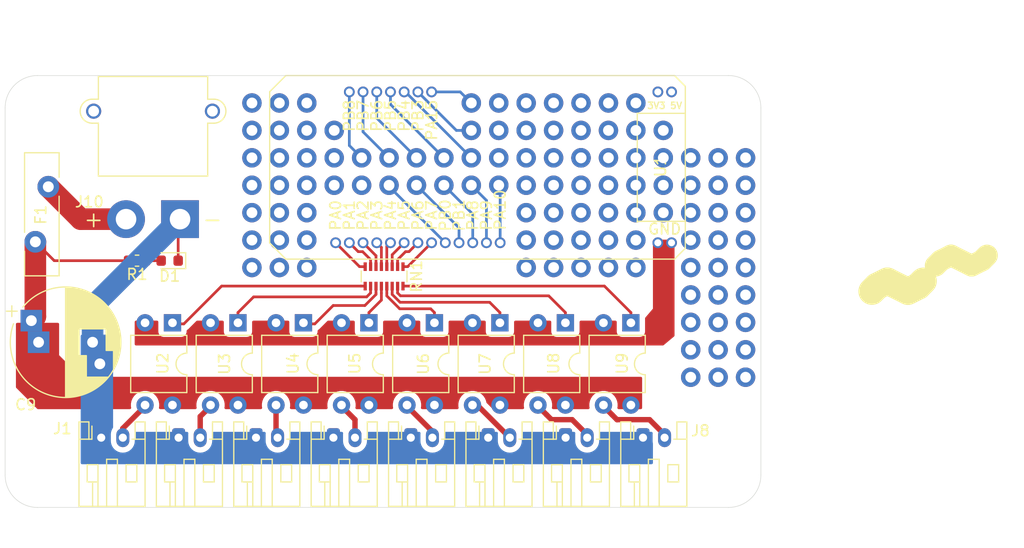
<source format=kicad_pcb>
(kicad_pcb (version 20171130) (host pcbnew "(5.1.5)-3")

  (general
    (thickness 1.6)
    (drawings 16)
    (tracks 227)
    (zones 0)
    (modules 27)
    (nets 44)
  )

  (page A4)
  (layers
    (0 F.Cu signal)
    (31 B.Cu signal)
    (32 B.Adhes user)
    (33 F.Adhes user)
    (34 B.Paste user)
    (35 F.Paste user)
    (36 B.SilkS user)
    (37 F.SilkS user)
    (38 B.Mask user)
    (39 F.Mask user)
    (40 Dwgs.User user)
    (41 Cmts.User user)
    (42 Eco1.User user)
    (43 Eco2.User user)
    (44 Edge.Cuts user)
    (45 Margin user)
    (46 B.CrtYd user)
    (47 F.CrtYd user)
    (48 B.Fab user)
    (49 F.Fab user)
  )

  (setup
    (last_trace_width 0.25)
    (user_trace_width 0.25)
    (user_trace_width 0.3)
    (user_trace_width 0.5)
    (user_trace_width 0.75)
    (user_trace_width 1)
    (user_trace_width 1.5)
    (user_trace_width 2)
    (trace_clearance 0.2)
    (zone_clearance 0.508)
    (zone_45_only no)
    (trace_min 0.2)
    (via_size 0.8)
    (via_drill 0.4)
    (via_min_size 0.4)
    (via_min_drill 0.3)
    (user_via 0.8 0.4)
    (user_via 1 0.6)
    (user_via 1.8 1)
    (uvia_size 0.3)
    (uvia_drill 0.1)
    (uvias_allowed no)
    (uvia_min_size 0.2)
    (uvia_min_drill 0.1)
    (edge_width 0.05)
    (segment_width 0.2)
    (pcb_text_width 0.3)
    (pcb_text_size 1.5 1.5)
    (mod_edge_width 0.12)
    (mod_text_size 1 1)
    (mod_text_width 0.15)
    (pad_size 1.524 1.524)
    (pad_drill 0.762)
    (pad_to_mask_clearance 0.051)
    (solder_mask_min_width 0.25)
    (aux_axis_origin 190 119)
    (grid_origin 190 119)
    (visible_elements 7FFFFFFF)
    (pcbplotparams
      (layerselection 0x010fc_ffffffff)
      (usegerberextensions true)
      (usegerberattributes false)
      (usegerberadvancedattributes false)
      (creategerberjobfile false)
      (excludeedgelayer true)
      (linewidth 0.100000)
      (plotframeref false)
      (viasonmask false)
      (mode 1)
      (useauxorigin true)
      (hpglpennumber 1)
      (hpglpenspeed 20)
      (hpglpendiameter 15.000000)
      (psnegative false)
      (psa4output false)
      (plotreference true)
      (plotvalue true)
      (plotinvisibletext false)
      (padsonsilk false)
      (subtractmaskfromsilk true)
      (outputformat 1)
      (mirror false)
      (drillshape 0)
      (scaleselection 1)
      (outputdirectory "GBRsole"))
  )

  (net 0 "")
  (net 1 GND)
  (net 2 VCC)
  (net 3 /AD0)
  (net 4 /AD1)
  (net 5 /AD2)
  (net 6 /AD3)
  (net 7 /AD4)
  (net 8 /AD5)
  (net 9 /AD6)
  (net 10 /AD7)
  (net 11 "Net-(F1-Pad2)")
  (net 12 GNDPWR)
  (net 13 "Net-(J1-Pad2)")
  (net 14 "Net-(RN1-Pad16)")
  (net 15 "Net-(J2-Pad2)")
  (net 16 "Net-(RN1-Pad15)")
  (net 17 "Net-(J3-Pad2)")
  (net 18 "Net-(RN1-Pad14)")
  (net 19 "Net-(J4-Pad2)")
  (net 20 "Net-(RN1-Pad13)")
  (net 21 "Net-(J5-Pad2)")
  (net 22 "Net-(RN1-Pad12)")
  (net 23 "Net-(J6-Pad2)")
  (net 24 "Net-(RN1-Pad11)")
  (net 25 "Net-(J7-Pad2)")
  (net 26 "Net-(RN1-Pad10)")
  (net 27 "Net-(J8-Pad2)")
  (net 28 "Net-(RN1-Pad9)")
  (net 29 "Net-(D1-Pad2)")
  (net 30 "Net-(U1-Pad20)")
  (net 31 "Net-(U1-Pad19)")
  (net 32 "Net-(U1-Pad18)")
  (net 33 "Net-(U1-Pad17)")
  (net 34 "Net-(U1-Pad22)")
  (net 35 "Net-(U1-Pad21)")
  (net 36 "Net-(U1-Pad16)")
  (net 37 "Net-(U1-Pad15)")
  (net 38 "Net-(U1-Pad14)")
  (net 39 "Net-(U1-Pad13)")
  (net 40 "Net-(U1-Pad12)")
  (net 41 "Net-(U1-Pad11)")
  (net 42 "Net-(U1-Pad10)")
  (net 43 "Net-(U1-Pad9)")

  (net_class Default "これはデフォルトのネット クラスです。"
    (clearance 0.2)
    (trace_width 0.25)
    (via_dia 0.8)
    (via_drill 0.4)
    (uvia_dia 0.3)
    (uvia_drill 0.1)
    (add_net /AD0)
    (add_net /AD1)
    (add_net /AD2)
    (add_net /AD3)
    (add_net /AD4)
    (add_net /AD5)
    (add_net /AD6)
    (add_net /AD7)
    (add_net GND)
    (add_net GNDPWR)
    (add_net "Net-(D1-Pad2)")
    (add_net "Net-(F1-Pad2)")
    (add_net "Net-(J1-Pad2)")
    (add_net "Net-(J2-Pad2)")
    (add_net "Net-(J3-Pad2)")
    (add_net "Net-(J4-Pad2)")
    (add_net "Net-(J5-Pad2)")
    (add_net "Net-(J6-Pad2)")
    (add_net "Net-(J7-Pad2)")
    (add_net "Net-(J8-Pad2)")
    (add_net "Net-(RN1-Pad10)")
    (add_net "Net-(RN1-Pad11)")
    (add_net "Net-(RN1-Pad12)")
    (add_net "Net-(RN1-Pad13)")
    (add_net "Net-(RN1-Pad14)")
    (add_net "Net-(RN1-Pad15)")
    (add_net "Net-(RN1-Pad16)")
    (add_net "Net-(RN1-Pad9)")
    (add_net "Net-(U1-Pad10)")
    (add_net "Net-(U1-Pad11)")
    (add_net "Net-(U1-Pad12)")
    (add_net "Net-(U1-Pad13)")
    (add_net "Net-(U1-Pad14)")
    (add_net "Net-(U1-Pad15)")
    (add_net "Net-(U1-Pad16)")
    (add_net "Net-(U1-Pad17)")
    (add_net "Net-(U1-Pad18)")
    (add_net "Net-(U1-Pad19)")
    (add_net "Net-(U1-Pad20)")
    (add_net "Net-(U1-Pad21)")
    (add_net "Net-(U1-Pad22)")
    (add_net "Net-(U1-Pad9)")
    (add_net VCC)
  )

  (net_class po ""
    (clearance 0.2)
    (trace_width 0.5)
    (via_dia 0.8)
    (via_drill 0.4)
    (uvia_dia 0.3)
    (uvia_drill 0.1)
  )

  (module Resistor_SMD:R_0603_1608Metric (layer F.Cu) (tedit 5B301BBD) (tstamp 5FB09627)
    (at 202.2175 136.145)
    (descr "Resistor SMD 0603 (1608 Metric), square (rectangular) end terminal, IPC_7351 nominal, (Body size source: http://www.tortai-tech.com/upload/download/2011102023233369053.pdf), generated with kicad-footprint-generator")
    (tags resistor)
    (path /5FC1D7F6)
    (attr smd)
    (fp_text reference R1 (at 0 1.27) (layer F.SilkS)
      (effects (font (size 1 1) (thickness 0.15)))
    )
    (fp_text value R (at 0 1.43) (layer F.Fab)
      (effects (font (size 1 1) (thickness 0.15)))
    )
    (fp_text user %R (at 0 0) (layer F.Fab)
      (effects (font (size 0.4 0.4) (thickness 0.06)))
    )
    (fp_line (start 1.48 0.73) (end -1.48 0.73) (layer F.CrtYd) (width 0.05))
    (fp_line (start 1.48 -0.73) (end 1.48 0.73) (layer F.CrtYd) (width 0.05))
    (fp_line (start -1.48 -0.73) (end 1.48 -0.73) (layer F.CrtYd) (width 0.05))
    (fp_line (start -1.48 0.73) (end -1.48 -0.73) (layer F.CrtYd) (width 0.05))
    (fp_line (start -0.162779 0.51) (end 0.162779 0.51) (layer F.SilkS) (width 0.12))
    (fp_line (start -0.162779 -0.51) (end 0.162779 -0.51) (layer F.SilkS) (width 0.12))
    (fp_line (start 0.8 0.4) (end -0.8 0.4) (layer F.Fab) (width 0.1))
    (fp_line (start 0.8 -0.4) (end 0.8 0.4) (layer F.Fab) (width 0.1))
    (fp_line (start -0.8 -0.4) (end 0.8 -0.4) (layer F.Fab) (width 0.1))
    (fp_line (start -0.8 0.4) (end -0.8 -0.4) (layer F.Fab) (width 0.1))
    (pad 2 smd roundrect (at 0.7875 0) (size 0.875 0.95) (layers F.Cu F.Paste F.Mask) (roundrect_rratio 0.25)
      (net 29 "Net-(D1-Pad2)"))
    (pad 1 smd roundrect (at -0.7875 0) (size 0.875 0.95) (layers F.Cu F.Paste F.Mask) (roundrect_rratio 0.25)
      (net 2 VCC))
    (model ${KISYS3DMOD}/Resistor_SMD.3dshapes/R_0603_1608Metric.wrl
      (at (xyz 0 0 0))
      (scale (xyz 1 1 1))
      (rotate (xyz 0 0 0))
    )
  )

  (module LED_SMD:LED_0603_1608Metric (layer F.Cu) (tedit 5B301BBE) (tstamp 5FB092C2)
    (at 205.24 136.145 180)
    (descr "LED SMD 0603 (1608 Metric), square (rectangular) end terminal, IPC_7351 nominal, (Body size source: http://www.tortai-tech.com/upload/download/2011102023233369053.pdf), generated with kicad-footprint-generator")
    (tags diode)
    (path /5FC1F13C)
    (attr smd)
    (fp_text reference D1 (at 0 -1.43) (layer F.SilkS)
      (effects (font (size 1 1) (thickness 0.15)))
    )
    (fp_text value LED (at 0 1.43) (layer F.Fab)
      (effects (font (size 1 1) (thickness 0.15)))
    )
    (fp_text user %R (at 0 0) (layer F.Fab)
      (effects (font (size 0.4 0.4) (thickness 0.06)))
    )
    (fp_line (start 1.48 0.73) (end -1.48 0.73) (layer F.CrtYd) (width 0.05))
    (fp_line (start 1.48 -0.73) (end 1.48 0.73) (layer F.CrtYd) (width 0.05))
    (fp_line (start -1.48 -0.73) (end 1.48 -0.73) (layer F.CrtYd) (width 0.05))
    (fp_line (start -1.48 0.73) (end -1.48 -0.73) (layer F.CrtYd) (width 0.05))
    (fp_line (start -1.485 0.735) (end 0.8 0.735) (layer F.SilkS) (width 0.12))
    (fp_line (start -1.485 -0.735) (end -1.485 0.735) (layer F.SilkS) (width 0.12))
    (fp_line (start 0.8 -0.735) (end -1.485 -0.735) (layer F.SilkS) (width 0.12))
    (fp_line (start 0.8 0.4) (end 0.8 -0.4) (layer F.Fab) (width 0.1))
    (fp_line (start -0.8 0.4) (end 0.8 0.4) (layer F.Fab) (width 0.1))
    (fp_line (start -0.8 -0.1) (end -0.8 0.4) (layer F.Fab) (width 0.1))
    (fp_line (start -0.5 -0.4) (end -0.8 -0.1) (layer F.Fab) (width 0.1))
    (fp_line (start 0.8 -0.4) (end -0.5 -0.4) (layer F.Fab) (width 0.1))
    (pad 2 smd roundrect (at 0.7875 0 180) (size 0.875 0.95) (layers F.Cu F.Paste F.Mask) (roundrect_rratio 0.25)
      (net 29 "Net-(D1-Pad2)"))
    (pad 1 smd roundrect (at -0.7875 0 180) (size 0.875 0.95) (layers F.Cu F.Paste F.Mask) (roundrect_rratio 0.25)
      (net 12 GNDPWR))
    (model ${KISYS3DMOD}/LED_SMD.3dshapes/LED_0603_1608Metric.wrl
      (at (xyz 0 0 0))
      (scale (xyz 1 1 1))
      (rotate (xyz 0 0 0))
    )
  )

  (module Resistor_SMD:R_Array_Convex_8x0602 (layer F.Cu) (tedit 58E0A8FC) (tstamp 5FB009B2)
    (at 225.1 137.6 270)
    (descr "Chip Resistor Network, ROHM MNR18 (see mnr_g.pdf)")
    (tags "resistor array")
    (path /5FB52EE5)
    (attr smd)
    (fp_text reference RN1 (at 0 -3 90) (layer F.SilkS)
      (effects (font (size 1 1) (thickness 0.15)))
    )
    (fp_text value R_Pack08 (at 0 3 90) (layer F.Fab)
      (effects (font (size 1 1) (thickness 0.15)))
    )
    (fp_line (start 1.55 2.25) (end -1.55 2.25) (layer F.CrtYd) (width 0.05))
    (fp_line (start 1.55 2.25) (end 1.55 -2.25) (layer F.CrtYd) (width 0.05))
    (fp_line (start -1.55 -2.25) (end -1.55 2.25) (layer F.CrtYd) (width 0.05))
    (fp_line (start -1.55 -2.25) (end 1.55 -2.25) (layer F.CrtYd) (width 0.05))
    (fp_line (start 0.5 -2.12) (end -0.5 -2.12) (layer F.SilkS) (width 0.12))
    (fp_line (start 0.5 2.12) (end -0.5 2.12) (layer F.SilkS) (width 0.12))
    (fp_line (start 0.8 -2) (end -0.8 -2) (layer F.Fab) (width 0.1))
    (fp_line (start 0.8 2) (end 0.8 -2) (layer F.Fab) (width 0.1))
    (fp_line (start -0.8 2) (end 0.8 2) (layer F.Fab) (width 0.1))
    (fp_line (start -0.8 -2) (end -0.8 2) (layer F.Fab) (width 0.1))
    (fp_text user %R (at 0 0) (layer F.Fab)
      (effects (font (size 1 1) (thickness 0.15)))
    )
    (pad 10 smd rect (at 0.9 1.25 270) (size 0.8 0.3) (layers F.Cu F.Paste F.Mask)
      (net 26 "Net-(RN1-Pad10)"))
    (pad 12 smd rect (at 0.9 0.25 270) (size 0.8 0.3) (layers F.Cu F.Paste F.Mask)
      (net 22 "Net-(RN1-Pad12)"))
    (pad 11 smd rect (at 0.9 0.75 270) (size 0.8 0.3) (layers F.Cu F.Paste F.Mask)
      (net 24 "Net-(RN1-Pad11)"))
    (pad 13 smd rect (at 0.9 -0.25 270) (size 0.8 0.3) (layers F.Cu F.Paste F.Mask)
      (net 20 "Net-(RN1-Pad13)"))
    (pad 14 smd rect (at 0.9 -0.75 270) (size 0.8 0.3) (layers F.Cu F.Paste F.Mask)
      (net 18 "Net-(RN1-Pad14)"))
    (pad 15 smd rect (at 0.9 -1.25 270) (size 0.8 0.3) (layers F.Cu F.Paste F.Mask)
      (net 16 "Net-(RN1-Pad15)"))
    (pad 7 smd rect (at -0.9 1.25 270) (size 0.8 0.3) (layers F.Cu F.Paste F.Mask)
      (net 4 /AD1))
    (pad 6 smd rect (at -0.9 0.75 270) (size 0.8 0.3) (layers F.Cu F.Paste F.Mask)
      (net 5 /AD2))
    (pad 5 smd rect (at -0.9 0.25 270) (size 0.8 0.3) (layers F.Cu F.Paste F.Mask)
      (net 6 /AD3))
    (pad 4 smd rect (at -0.9 -0.25 270) (size 0.8 0.3) (layers F.Cu F.Paste F.Mask)
      (net 7 /AD4))
    (pad 3 smd rect (at -0.9 -0.75 270) (size 0.8 0.3) (layers F.Cu F.Paste F.Mask)
      (net 8 /AD5))
    (pad 2 smd rect (at -0.9 -1.25 270) (size 0.8 0.3) (layers F.Cu F.Paste F.Mask)
      (net 9 /AD6))
    (pad 9 smd rect (at 0.9 1.75 270) (size 0.8 0.3) (layers F.Cu F.Paste F.Mask)
      (net 28 "Net-(RN1-Pad9)"))
    (pad 8 smd rect (at -0.9 1.75 270) (size 0.8 0.3) (layers F.Cu F.Paste F.Mask)
      (net 3 /AD0))
    (pad 16 smd rect (at 0.9 -1.75 270) (size 0.8 0.3) (layers F.Cu F.Paste F.Mask)
      (net 14 "Net-(RN1-Pad16)"))
    (pad 1 smd rect (at -0.9 -1.75 270) (size 0.8 0.3) (layers F.Cu F.Paste F.Mask)
      (net 10 /AD7))
    (model ${KISYS3DMOD}/Resistor_SMD.3dshapes/R_Array_Convex_8x0602.wrl
      (at (xyz 0 0 0))
      (scale (xyz 1 1 1))
      (rotate (xyz 0 0 0))
    )
  )

  (module Connector_JST:JST_PH_S2B-PH-K_1x02_P2.00mm_Horizontal (layer F.Cu) (tedit 5B7745C6) (tstamp 5FB00947)
    (at 249.08 152.54)
    (descr "JST PH series connector, S2B-PH-K (http://www.jst-mfg.com/product/pdf/eng/ePH.pdf), generated with kicad-footprint-generator")
    (tags "connector JST PH top entry")
    (path /5FB52982)
    (fp_text reference J8 (at 5.32 -0.64) (layer F.SilkS)
      (effects (font (size 1 1) (thickness 0.15)))
    )
    (fp_text value Solenoid (at 1 7.45) (layer F.Fab)
      (effects (font (size 1 1) (thickness 0.15)))
    )
    (fp_text user %R (at 1 2.5) (layer F.Fab)
      (effects (font (size 1 1) (thickness 0.15)))
    )
    (fp_line (start 0.5 1.375) (end 0 0.875) (layer F.Fab) (width 0.1))
    (fp_line (start -0.5 1.375) (end 0.5 1.375) (layer F.Fab) (width 0.1))
    (fp_line (start 0 0.875) (end -0.5 1.375) (layer F.Fab) (width 0.1))
    (fp_line (start -0.86 0.14) (end -0.86 -1.075) (layer F.SilkS) (width 0.12))
    (fp_line (start 3.25 0.25) (end -1.25 0.25) (layer F.Fab) (width 0.1))
    (fp_line (start 3.25 -1.35) (end 3.25 0.25) (layer F.Fab) (width 0.1))
    (fp_line (start 3.95 -1.35) (end 3.25 -1.35) (layer F.Fab) (width 0.1))
    (fp_line (start 3.95 6.25) (end 3.95 -1.35) (layer F.Fab) (width 0.1))
    (fp_line (start -1.95 6.25) (end 3.95 6.25) (layer F.Fab) (width 0.1))
    (fp_line (start -1.95 -1.35) (end -1.95 6.25) (layer F.Fab) (width 0.1))
    (fp_line (start -1.25 -1.35) (end -1.95 -1.35) (layer F.Fab) (width 0.1))
    (fp_line (start -1.25 0.25) (end -1.25 -1.35) (layer F.Fab) (width 0.1))
    (fp_line (start 4.45 -1.85) (end -2.45 -1.85) (layer F.CrtYd) (width 0.05))
    (fp_line (start 4.45 6.75) (end 4.45 -1.85) (layer F.CrtYd) (width 0.05))
    (fp_line (start -2.45 6.75) (end 4.45 6.75) (layer F.CrtYd) (width 0.05))
    (fp_line (start -2.45 -1.85) (end -2.45 6.75) (layer F.CrtYd) (width 0.05))
    (fp_line (start -0.8 4.1) (end -0.8 6.36) (layer F.SilkS) (width 0.12))
    (fp_line (start -0.3 4.1) (end -0.3 6.36) (layer F.SilkS) (width 0.12))
    (fp_line (start 2.3 2.5) (end 3.3 2.5) (layer F.SilkS) (width 0.12))
    (fp_line (start 2.3 4.1) (end 2.3 2.5) (layer F.SilkS) (width 0.12))
    (fp_line (start 3.3 4.1) (end 2.3 4.1) (layer F.SilkS) (width 0.12))
    (fp_line (start 3.3 2.5) (end 3.3 4.1) (layer F.SilkS) (width 0.12))
    (fp_line (start -0.3 2.5) (end -1.3 2.5) (layer F.SilkS) (width 0.12))
    (fp_line (start -0.3 4.1) (end -0.3 2.5) (layer F.SilkS) (width 0.12))
    (fp_line (start -1.3 4.1) (end -0.3 4.1) (layer F.SilkS) (width 0.12))
    (fp_line (start -1.3 2.5) (end -1.3 4.1) (layer F.SilkS) (width 0.12))
    (fp_line (start 4.06 0.14) (end 3.14 0.14) (layer F.SilkS) (width 0.12))
    (fp_line (start -2.06 0.14) (end -1.14 0.14) (layer F.SilkS) (width 0.12))
    (fp_line (start 1.5 2) (end 1.5 6.36) (layer F.SilkS) (width 0.12))
    (fp_line (start 0.5 2) (end 1.5 2) (layer F.SilkS) (width 0.12))
    (fp_line (start 0.5 6.36) (end 0.5 2) (layer F.SilkS) (width 0.12))
    (fp_line (start 3.14 0.14) (end 2.86 0.14) (layer F.SilkS) (width 0.12))
    (fp_line (start 3.14 -1.46) (end 3.14 0.14) (layer F.SilkS) (width 0.12))
    (fp_line (start 4.06 -1.46) (end 3.14 -1.46) (layer F.SilkS) (width 0.12))
    (fp_line (start 4.06 6.36) (end 4.06 -1.46) (layer F.SilkS) (width 0.12))
    (fp_line (start -2.06 6.36) (end 4.06 6.36) (layer F.SilkS) (width 0.12))
    (fp_line (start -2.06 -1.46) (end -2.06 6.36) (layer F.SilkS) (width 0.12))
    (fp_line (start -1.14 -1.46) (end -2.06 -1.46) (layer F.SilkS) (width 0.12))
    (fp_line (start -1.14 0.14) (end -1.14 -1.46) (layer F.SilkS) (width 0.12))
    (fp_line (start -0.86 0.14) (end -1.14 0.14) (layer F.SilkS) (width 0.12))
    (pad 2 thru_hole oval (at 2 0) (size 1.2 1.75) (drill 0.75) (layers *.Cu *.Mask)
      (net 27 "Net-(J8-Pad2)"))
    (pad 1 thru_hole roundrect (at 0 0) (size 1.2 1.75) (drill 0.75) (layers *.Cu *.Mask) (roundrect_rratio 0.208333)
      (net 12 GNDPWR))
    (model ${KISYS3DMOD}/Connector_JST.3dshapes/JST_PH_S2B-PH-K_1x02_P2.00mm_Horizontal.wrl
      (at (xyz 0 0 0))
      (scale (xyz 1 1 1))
      (rotate (xyz 0 0 0))
    )
  )

  (module Connector_JST:JST_PH_S2B-PH-K_1x02_P2.00mm_Horizontal (layer F.Cu) (tedit 5B7745C6) (tstamp 5FB00918)
    (at 241.911426 152.54)
    (descr "JST PH series connector, S2B-PH-K (http://www.jst-mfg.com/product/pdf/eng/ePH.pdf), generated with kicad-footprint-generator")
    (tags "connector JST PH top entry")
    (path /5FB5296A)
    (fp_text reference J7 (at 1 -2.55) (layer F.SilkS) hide
      (effects (font (size 1 1) (thickness 0.15)))
    )
    (fp_text value Solenoid (at 1 7.45) (layer F.Fab)
      (effects (font (size 1 1) (thickness 0.15)))
    )
    (fp_text user %R (at 1 2.5) (layer F.Fab)
      (effects (font (size 1 1) (thickness 0.15)))
    )
    (fp_line (start 0.5 1.375) (end 0 0.875) (layer F.Fab) (width 0.1))
    (fp_line (start -0.5 1.375) (end 0.5 1.375) (layer F.Fab) (width 0.1))
    (fp_line (start 0 0.875) (end -0.5 1.375) (layer F.Fab) (width 0.1))
    (fp_line (start -0.86 0.14) (end -0.86 -1.075) (layer F.SilkS) (width 0.12))
    (fp_line (start 3.25 0.25) (end -1.25 0.25) (layer F.Fab) (width 0.1))
    (fp_line (start 3.25 -1.35) (end 3.25 0.25) (layer F.Fab) (width 0.1))
    (fp_line (start 3.95 -1.35) (end 3.25 -1.35) (layer F.Fab) (width 0.1))
    (fp_line (start 3.95 6.25) (end 3.95 -1.35) (layer F.Fab) (width 0.1))
    (fp_line (start -1.95 6.25) (end 3.95 6.25) (layer F.Fab) (width 0.1))
    (fp_line (start -1.95 -1.35) (end -1.95 6.25) (layer F.Fab) (width 0.1))
    (fp_line (start -1.25 -1.35) (end -1.95 -1.35) (layer F.Fab) (width 0.1))
    (fp_line (start -1.25 0.25) (end -1.25 -1.35) (layer F.Fab) (width 0.1))
    (fp_line (start 4.45 -1.85) (end -2.45 -1.85) (layer F.CrtYd) (width 0.05))
    (fp_line (start 4.45 6.75) (end 4.45 -1.85) (layer F.CrtYd) (width 0.05))
    (fp_line (start -2.45 6.75) (end 4.45 6.75) (layer F.CrtYd) (width 0.05))
    (fp_line (start -2.45 -1.85) (end -2.45 6.75) (layer F.CrtYd) (width 0.05))
    (fp_line (start -0.8 4.1) (end -0.8 6.36) (layer F.SilkS) (width 0.12))
    (fp_line (start -0.3 4.1) (end -0.3 6.36) (layer F.SilkS) (width 0.12))
    (fp_line (start 2.3 2.5) (end 3.3 2.5) (layer F.SilkS) (width 0.12))
    (fp_line (start 2.3 4.1) (end 2.3 2.5) (layer F.SilkS) (width 0.12))
    (fp_line (start 3.3 4.1) (end 2.3 4.1) (layer F.SilkS) (width 0.12))
    (fp_line (start 3.3 2.5) (end 3.3 4.1) (layer F.SilkS) (width 0.12))
    (fp_line (start -0.3 2.5) (end -1.3 2.5) (layer F.SilkS) (width 0.12))
    (fp_line (start -0.3 4.1) (end -0.3 2.5) (layer F.SilkS) (width 0.12))
    (fp_line (start -1.3 4.1) (end -0.3 4.1) (layer F.SilkS) (width 0.12))
    (fp_line (start -1.3 2.5) (end -1.3 4.1) (layer F.SilkS) (width 0.12))
    (fp_line (start 4.06 0.14) (end 3.14 0.14) (layer F.SilkS) (width 0.12))
    (fp_line (start -2.06 0.14) (end -1.14 0.14) (layer F.SilkS) (width 0.12))
    (fp_line (start 1.5 2) (end 1.5 6.36) (layer F.SilkS) (width 0.12))
    (fp_line (start 0.5 2) (end 1.5 2) (layer F.SilkS) (width 0.12))
    (fp_line (start 0.5 6.36) (end 0.5 2) (layer F.SilkS) (width 0.12))
    (fp_line (start 3.14 0.14) (end 2.86 0.14) (layer F.SilkS) (width 0.12))
    (fp_line (start 3.14 -1.46) (end 3.14 0.14) (layer F.SilkS) (width 0.12))
    (fp_line (start 4.06 -1.46) (end 3.14 -1.46) (layer F.SilkS) (width 0.12))
    (fp_line (start 4.06 6.36) (end 4.06 -1.46) (layer F.SilkS) (width 0.12))
    (fp_line (start -2.06 6.36) (end 4.06 6.36) (layer F.SilkS) (width 0.12))
    (fp_line (start -2.06 -1.46) (end -2.06 6.36) (layer F.SilkS) (width 0.12))
    (fp_line (start -1.14 -1.46) (end -2.06 -1.46) (layer F.SilkS) (width 0.12))
    (fp_line (start -1.14 0.14) (end -1.14 -1.46) (layer F.SilkS) (width 0.12))
    (fp_line (start -0.86 0.14) (end -1.14 0.14) (layer F.SilkS) (width 0.12))
    (pad 2 thru_hole oval (at 2 0) (size 1.2 1.75) (drill 0.75) (layers *.Cu *.Mask)
      (net 25 "Net-(J7-Pad2)"))
    (pad 1 thru_hole roundrect (at 0 0) (size 1.2 1.75) (drill 0.75) (layers *.Cu *.Mask) (roundrect_rratio 0.208333)
      (net 12 GNDPWR))
    (model ${KISYS3DMOD}/Connector_JST.3dshapes/JST_PH_S2B-PH-K_1x02_P2.00mm_Horizontal.wrl
      (at (xyz 0 0 0))
      (scale (xyz 1 1 1))
      (rotate (xyz 0 0 0))
    )
  )

  (module Connector_JST:JST_PH_S2B-PH-K_1x02_P2.00mm_Horizontal (layer F.Cu) (tedit 5B7745C6) (tstamp 5FB008E9)
    (at 234.742855 152.54)
    (descr "JST PH series connector, S2B-PH-K (http://www.jst-mfg.com/product/pdf/eng/ePH.pdf), generated with kicad-footprint-generator")
    (tags "connector JST PH top entry")
    (path /5FB52952)
    (fp_text reference J6 (at 1 -2.55) (layer F.SilkS) hide
      (effects (font (size 1 1) (thickness 0.15)))
    )
    (fp_text value Solenoid (at 1 7.45) (layer F.Fab)
      (effects (font (size 1 1) (thickness 0.15)))
    )
    (fp_text user %R (at 1 2.5) (layer F.Fab)
      (effects (font (size 1 1) (thickness 0.15)))
    )
    (fp_line (start 0.5 1.375) (end 0 0.875) (layer F.Fab) (width 0.1))
    (fp_line (start -0.5 1.375) (end 0.5 1.375) (layer F.Fab) (width 0.1))
    (fp_line (start 0 0.875) (end -0.5 1.375) (layer F.Fab) (width 0.1))
    (fp_line (start -0.86 0.14) (end -0.86 -1.075) (layer F.SilkS) (width 0.12))
    (fp_line (start 3.25 0.25) (end -1.25 0.25) (layer F.Fab) (width 0.1))
    (fp_line (start 3.25 -1.35) (end 3.25 0.25) (layer F.Fab) (width 0.1))
    (fp_line (start 3.95 -1.35) (end 3.25 -1.35) (layer F.Fab) (width 0.1))
    (fp_line (start 3.95 6.25) (end 3.95 -1.35) (layer F.Fab) (width 0.1))
    (fp_line (start -1.95 6.25) (end 3.95 6.25) (layer F.Fab) (width 0.1))
    (fp_line (start -1.95 -1.35) (end -1.95 6.25) (layer F.Fab) (width 0.1))
    (fp_line (start -1.25 -1.35) (end -1.95 -1.35) (layer F.Fab) (width 0.1))
    (fp_line (start -1.25 0.25) (end -1.25 -1.35) (layer F.Fab) (width 0.1))
    (fp_line (start 4.45 -1.85) (end -2.45 -1.85) (layer F.CrtYd) (width 0.05))
    (fp_line (start 4.45 6.75) (end 4.45 -1.85) (layer F.CrtYd) (width 0.05))
    (fp_line (start -2.45 6.75) (end 4.45 6.75) (layer F.CrtYd) (width 0.05))
    (fp_line (start -2.45 -1.85) (end -2.45 6.75) (layer F.CrtYd) (width 0.05))
    (fp_line (start -0.8 4.1) (end -0.8 6.36) (layer F.SilkS) (width 0.12))
    (fp_line (start -0.3 4.1) (end -0.3 6.36) (layer F.SilkS) (width 0.12))
    (fp_line (start 2.3 2.5) (end 3.3 2.5) (layer F.SilkS) (width 0.12))
    (fp_line (start 2.3 4.1) (end 2.3 2.5) (layer F.SilkS) (width 0.12))
    (fp_line (start 3.3 4.1) (end 2.3 4.1) (layer F.SilkS) (width 0.12))
    (fp_line (start 3.3 2.5) (end 3.3 4.1) (layer F.SilkS) (width 0.12))
    (fp_line (start -0.3 2.5) (end -1.3 2.5) (layer F.SilkS) (width 0.12))
    (fp_line (start -0.3 4.1) (end -0.3 2.5) (layer F.SilkS) (width 0.12))
    (fp_line (start -1.3 4.1) (end -0.3 4.1) (layer F.SilkS) (width 0.12))
    (fp_line (start -1.3 2.5) (end -1.3 4.1) (layer F.SilkS) (width 0.12))
    (fp_line (start 4.06 0.14) (end 3.14 0.14) (layer F.SilkS) (width 0.12))
    (fp_line (start -2.06 0.14) (end -1.14 0.14) (layer F.SilkS) (width 0.12))
    (fp_line (start 1.5 2) (end 1.5 6.36) (layer F.SilkS) (width 0.12))
    (fp_line (start 0.5 2) (end 1.5 2) (layer F.SilkS) (width 0.12))
    (fp_line (start 0.5 6.36) (end 0.5 2) (layer F.SilkS) (width 0.12))
    (fp_line (start 3.14 0.14) (end 2.86 0.14) (layer F.SilkS) (width 0.12))
    (fp_line (start 3.14 -1.46) (end 3.14 0.14) (layer F.SilkS) (width 0.12))
    (fp_line (start 4.06 -1.46) (end 3.14 -1.46) (layer F.SilkS) (width 0.12))
    (fp_line (start 4.06 6.36) (end 4.06 -1.46) (layer F.SilkS) (width 0.12))
    (fp_line (start -2.06 6.36) (end 4.06 6.36) (layer F.SilkS) (width 0.12))
    (fp_line (start -2.06 -1.46) (end -2.06 6.36) (layer F.SilkS) (width 0.12))
    (fp_line (start -1.14 -1.46) (end -2.06 -1.46) (layer F.SilkS) (width 0.12))
    (fp_line (start -1.14 0.14) (end -1.14 -1.46) (layer F.SilkS) (width 0.12))
    (fp_line (start -0.86 0.14) (end -1.14 0.14) (layer F.SilkS) (width 0.12))
    (pad 2 thru_hole oval (at 2 0) (size 1.2 1.75) (drill 0.75) (layers *.Cu *.Mask)
      (net 23 "Net-(J6-Pad2)"))
    (pad 1 thru_hole roundrect (at 0 0) (size 1.2 1.75) (drill 0.75) (layers *.Cu *.Mask) (roundrect_rratio 0.208333)
      (net 12 GNDPWR))
    (model ${KISYS3DMOD}/Connector_JST.3dshapes/JST_PH_S2B-PH-K_1x02_P2.00mm_Horizontal.wrl
      (at (xyz 0 0 0))
      (scale (xyz 1 1 1))
      (rotate (xyz 0 0 0))
    )
  )

  (module Connector_JST:JST_PH_S2B-PH-K_1x02_P2.00mm_Horizontal (layer F.Cu) (tedit 5B7745C6) (tstamp 5FB008BA)
    (at 227.574284 152.54)
    (descr "JST PH series connector, S2B-PH-K (http://www.jst-mfg.com/product/pdf/eng/ePH.pdf), generated with kicad-footprint-generator")
    (tags "connector JST PH top entry")
    (path /5FB5293A)
    (fp_text reference J5 (at 1 -2.55) (layer F.SilkS) hide
      (effects (font (size 1 1) (thickness 0.15)))
    )
    (fp_text value Solenoid (at 1 7.45) (layer F.Fab)
      (effects (font (size 1 1) (thickness 0.15)))
    )
    (fp_text user %R (at 1 2.5) (layer F.Fab)
      (effects (font (size 1 1) (thickness 0.15)))
    )
    (fp_line (start 0.5 1.375) (end 0 0.875) (layer F.Fab) (width 0.1))
    (fp_line (start -0.5 1.375) (end 0.5 1.375) (layer F.Fab) (width 0.1))
    (fp_line (start 0 0.875) (end -0.5 1.375) (layer F.Fab) (width 0.1))
    (fp_line (start -0.86 0.14) (end -0.86 -1.075) (layer F.SilkS) (width 0.12))
    (fp_line (start 3.25 0.25) (end -1.25 0.25) (layer F.Fab) (width 0.1))
    (fp_line (start 3.25 -1.35) (end 3.25 0.25) (layer F.Fab) (width 0.1))
    (fp_line (start 3.95 -1.35) (end 3.25 -1.35) (layer F.Fab) (width 0.1))
    (fp_line (start 3.95 6.25) (end 3.95 -1.35) (layer F.Fab) (width 0.1))
    (fp_line (start -1.95 6.25) (end 3.95 6.25) (layer F.Fab) (width 0.1))
    (fp_line (start -1.95 -1.35) (end -1.95 6.25) (layer F.Fab) (width 0.1))
    (fp_line (start -1.25 -1.35) (end -1.95 -1.35) (layer F.Fab) (width 0.1))
    (fp_line (start -1.25 0.25) (end -1.25 -1.35) (layer F.Fab) (width 0.1))
    (fp_line (start 4.45 -1.85) (end -2.45 -1.85) (layer F.CrtYd) (width 0.05))
    (fp_line (start 4.45 6.75) (end 4.45 -1.85) (layer F.CrtYd) (width 0.05))
    (fp_line (start -2.45 6.75) (end 4.45 6.75) (layer F.CrtYd) (width 0.05))
    (fp_line (start -2.45 -1.85) (end -2.45 6.75) (layer F.CrtYd) (width 0.05))
    (fp_line (start -0.8 4.1) (end -0.8 6.36) (layer F.SilkS) (width 0.12))
    (fp_line (start -0.3 4.1) (end -0.3 6.36) (layer F.SilkS) (width 0.12))
    (fp_line (start 2.3 2.5) (end 3.3 2.5) (layer F.SilkS) (width 0.12))
    (fp_line (start 2.3 4.1) (end 2.3 2.5) (layer F.SilkS) (width 0.12))
    (fp_line (start 3.3 4.1) (end 2.3 4.1) (layer F.SilkS) (width 0.12))
    (fp_line (start 3.3 2.5) (end 3.3 4.1) (layer F.SilkS) (width 0.12))
    (fp_line (start -0.3 2.5) (end -1.3 2.5) (layer F.SilkS) (width 0.12))
    (fp_line (start -0.3 4.1) (end -0.3 2.5) (layer F.SilkS) (width 0.12))
    (fp_line (start -1.3 4.1) (end -0.3 4.1) (layer F.SilkS) (width 0.12))
    (fp_line (start -1.3 2.5) (end -1.3 4.1) (layer F.SilkS) (width 0.12))
    (fp_line (start 4.06 0.14) (end 3.14 0.14) (layer F.SilkS) (width 0.12))
    (fp_line (start -2.06 0.14) (end -1.14 0.14) (layer F.SilkS) (width 0.12))
    (fp_line (start 1.5 2) (end 1.5 6.36) (layer F.SilkS) (width 0.12))
    (fp_line (start 0.5 2) (end 1.5 2) (layer F.SilkS) (width 0.12))
    (fp_line (start 0.5 6.36) (end 0.5 2) (layer F.SilkS) (width 0.12))
    (fp_line (start 3.14 0.14) (end 2.86 0.14) (layer F.SilkS) (width 0.12))
    (fp_line (start 3.14 -1.46) (end 3.14 0.14) (layer F.SilkS) (width 0.12))
    (fp_line (start 4.06 -1.46) (end 3.14 -1.46) (layer F.SilkS) (width 0.12))
    (fp_line (start 4.06 6.36) (end 4.06 -1.46) (layer F.SilkS) (width 0.12))
    (fp_line (start -2.06 6.36) (end 4.06 6.36) (layer F.SilkS) (width 0.12))
    (fp_line (start -2.06 -1.46) (end -2.06 6.36) (layer F.SilkS) (width 0.12))
    (fp_line (start -1.14 -1.46) (end -2.06 -1.46) (layer F.SilkS) (width 0.12))
    (fp_line (start -1.14 0.14) (end -1.14 -1.46) (layer F.SilkS) (width 0.12))
    (fp_line (start -0.86 0.14) (end -1.14 0.14) (layer F.SilkS) (width 0.12))
    (pad 2 thru_hole oval (at 2 0) (size 1.2 1.75) (drill 0.75) (layers *.Cu *.Mask)
      (net 21 "Net-(J5-Pad2)"))
    (pad 1 thru_hole roundrect (at 0 0) (size 1.2 1.75) (drill 0.75) (layers *.Cu *.Mask) (roundrect_rratio 0.208333)
      (net 12 GNDPWR))
    (model ${KISYS3DMOD}/Connector_JST.3dshapes/JST_PH_S2B-PH-K_1x02_P2.00mm_Horizontal.wrl
      (at (xyz 0 0 0))
      (scale (xyz 1 1 1))
      (rotate (xyz 0 0 0))
    )
  )

  (module Connector_JST:JST_PH_S2B-PH-K_1x02_P2.00mm_Horizontal (layer F.Cu) (tedit 5B7745C6) (tstamp 5FB0088B)
    (at 220.405713 152.54)
    (descr "JST PH series connector, S2B-PH-K (http://www.jst-mfg.com/product/pdf/eng/ePH.pdf), generated with kicad-footprint-generator")
    (tags "connector JST PH top entry")
    (path /5FB2D87C)
    (fp_text reference J4 (at 1 -2.55) (layer F.SilkS) hide
      (effects (font (size 1 1) (thickness 0.15)))
    )
    (fp_text value Solenoid (at 1 7.45) (layer F.Fab)
      (effects (font (size 1 1) (thickness 0.15)))
    )
    (fp_text user %R (at 1 2.5) (layer F.Fab)
      (effects (font (size 1 1) (thickness 0.15)))
    )
    (fp_line (start 0.5 1.375) (end 0 0.875) (layer F.Fab) (width 0.1))
    (fp_line (start -0.5 1.375) (end 0.5 1.375) (layer F.Fab) (width 0.1))
    (fp_line (start 0 0.875) (end -0.5 1.375) (layer F.Fab) (width 0.1))
    (fp_line (start -0.86 0.14) (end -0.86 -1.075) (layer F.SilkS) (width 0.12))
    (fp_line (start 3.25 0.25) (end -1.25 0.25) (layer F.Fab) (width 0.1))
    (fp_line (start 3.25 -1.35) (end 3.25 0.25) (layer F.Fab) (width 0.1))
    (fp_line (start 3.95 -1.35) (end 3.25 -1.35) (layer F.Fab) (width 0.1))
    (fp_line (start 3.95 6.25) (end 3.95 -1.35) (layer F.Fab) (width 0.1))
    (fp_line (start -1.95 6.25) (end 3.95 6.25) (layer F.Fab) (width 0.1))
    (fp_line (start -1.95 -1.35) (end -1.95 6.25) (layer F.Fab) (width 0.1))
    (fp_line (start -1.25 -1.35) (end -1.95 -1.35) (layer F.Fab) (width 0.1))
    (fp_line (start -1.25 0.25) (end -1.25 -1.35) (layer F.Fab) (width 0.1))
    (fp_line (start 4.45 -1.85) (end -2.45 -1.85) (layer F.CrtYd) (width 0.05))
    (fp_line (start 4.45 6.75) (end 4.45 -1.85) (layer F.CrtYd) (width 0.05))
    (fp_line (start -2.45 6.75) (end 4.45 6.75) (layer F.CrtYd) (width 0.05))
    (fp_line (start -2.45 -1.85) (end -2.45 6.75) (layer F.CrtYd) (width 0.05))
    (fp_line (start -0.8 4.1) (end -0.8 6.36) (layer F.SilkS) (width 0.12))
    (fp_line (start -0.3 4.1) (end -0.3 6.36) (layer F.SilkS) (width 0.12))
    (fp_line (start 2.3 2.5) (end 3.3 2.5) (layer F.SilkS) (width 0.12))
    (fp_line (start 2.3 4.1) (end 2.3 2.5) (layer F.SilkS) (width 0.12))
    (fp_line (start 3.3 4.1) (end 2.3 4.1) (layer F.SilkS) (width 0.12))
    (fp_line (start 3.3 2.5) (end 3.3 4.1) (layer F.SilkS) (width 0.12))
    (fp_line (start -0.3 2.5) (end -1.3 2.5) (layer F.SilkS) (width 0.12))
    (fp_line (start -0.3 4.1) (end -0.3 2.5) (layer F.SilkS) (width 0.12))
    (fp_line (start -1.3 4.1) (end -0.3 4.1) (layer F.SilkS) (width 0.12))
    (fp_line (start -1.3 2.5) (end -1.3 4.1) (layer F.SilkS) (width 0.12))
    (fp_line (start 4.06 0.14) (end 3.14 0.14) (layer F.SilkS) (width 0.12))
    (fp_line (start -2.06 0.14) (end -1.14 0.14) (layer F.SilkS) (width 0.12))
    (fp_line (start 1.5 2) (end 1.5 6.36) (layer F.SilkS) (width 0.12))
    (fp_line (start 0.5 2) (end 1.5 2) (layer F.SilkS) (width 0.12))
    (fp_line (start 0.5 6.36) (end 0.5 2) (layer F.SilkS) (width 0.12))
    (fp_line (start 3.14 0.14) (end 2.86 0.14) (layer F.SilkS) (width 0.12))
    (fp_line (start 3.14 -1.46) (end 3.14 0.14) (layer F.SilkS) (width 0.12))
    (fp_line (start 4.06 -1.46) (end 3.14 -1.46) (layer F.SilkS) (width 0.12))
    (fp_line (start 4.06 6.36) (end 4.06 -1.46) (layer F.SilkS) (width 0.12))
    (fp_line (start -2.06 6.36) (end 4.06 6.36) (layer F.SilkS) (width 0.12))
    (fp_line (start -2.06 -1.46) (end -2.06 6.36) (layer F.SilkS) (width 0.12))
    (fp_line (start -1.14 -1.46) (end -2.06 -1.46) (layer F.SilkS) (width 0.12))
    (fp_line (start -1.14 0.14) (end -1.14 -1.46) (layer F.SilkS) (width 0.12))
    (fp_line (start -0.86 0.14) (end -1.14 0.14) (layer F.SilkS) (width 0.12))
    (pad 2 thru_hole oval (at 2 0) (size 1.2 1.75) (drill 0.75) (layers *.Cu *.Mask)
      (net 19 "Net-(J4-Pad2)"))
    (pad 1 thru_hole roundrect (at 0 0) (size 1.2 1.75) (drill 0.75) (layers *.Cu *.Mask) (roundrect_rratio 0.208333)
      (net 12 GNDPWR))
    (model ${KISYS3DMOD}/Connector_JST.3dshapes/JST_PH_S2B-PH-K_1x02_P2.00mm_Horizontal.wrl
      (at (xyz 0 0 0))
      (scale (xyz 1 1 1))
      (rotate (xyz 0 0 0))
    )
  )

  (module Connector_JST:JST_PH_S2B-PH-K_1x02_P2.00mm_Horizontal (layer F.Cu) (tedit 5B7745C6) (tstamp 5FB0085C)
    (at 213.237142 152.54)
    (descr "JST PH series connector, S2B-PH-K (http://www.jst-mfg.com/product/pdf/eng/ePH.pdf), generated with kicad-footprint-generator")
    (tags "connector JST PH top entry")
    (path /5FB2D864)
    (fp_text reference J3 (at 1 -2.55) (layer F.SilkS) hide
      (effects (font (size 1 1) (thickness 0.15)))
    )
    (fp_text value Solenoid (at 1 7.45) (layer F.Fab)
      (effects (font (size 1 1) (thickness 0.15)))
    )
    (fp_text user %R (at 1 2.5) (layer F.Fab)
      (effects (font (size 1 1) (thickness 0.15)))
    )
    (fp_line (start 0.5 1.375) (end 0 0.875) (layer F.Fab) (width 0.1))
    (fp_line (start -0.5 1.375) (end 0.5 1.375) (layer F.Fab) (width 0.1))
    (fp_line (start 0 0.875) (end -0.5 1.375) (layer F.Fab) (width 0.1))
    (fp_line (start -0.86 0.14) (end -0.86 -1.075) (layer F.SilkS) (width 0.12))
    (fp_line (start 3.25 0.25) (end -1.25 0.25) (layer F.Fab) (width 0.1))
    (fp_line (start 3.25 -1.35) (end 3.25 0.25) (layer F.Fab) (width 0.1))
    (fp_line (start 3.95 -1.35) (end 3.25 -1.35) (layer F.Fab) (width 0.1))
    (fp_line (start 3.95 6.25) (end 3.95 -1.35) (layer F.Fab) (width 0.1))
    (fp_line (start -1.95 6.25) (end 3.95 6.25) (layer F.Fab) (width 0.1))
    (fp_line (start -1.95 -1.35) (end -1.95 6.25) (layer F.Fab) (width 0.1))
    (fp_line (start -1.25 -1.35) (end -1.95 -1.35) (layer F.Fab) (width 0.1))
    (fp_line (start -1.25 0.25) (end -1.25 -1.35) (layer F.Fab) (width 0.1))
    (fp_line (start 4.45 -1.85) (end -2.45 -1.85) (layer F.CrtYd) (width 0.05))
    (fp_line (start 4.45 6.75) (end 4.45 -1.85) (layer F.CrtYd) (width 0.05))
    (fp_line (start -2.45 6.75) (end 4.45 6.75) (layer F.CrtYd) (width 0.05))
    (fp_line (start -2.45 -1.85) (end -2.45 6.75) (layer F.CrtYd) (width 0.05))
    (fp_line (start -0.8 4.1) (end -0.8 6.36) (layer F.SilkS) (width 0.12))
    (fp_line (start -0.3 4.1) (end -0.3 6.36) (layer F.SilkS) (width 0.12))
    (fp_line (start 2.3 2.5) (end 3.3 2.5) (layer F.SilkS) (width 0.12))
    (fp_line (start 2.3 4.1) (end 2.3 2.5) (layer F.SilkS) (width 0.12))
    (fp_line (start 3.3 4.1) (end 2.3 4.1) (layer F.SilkS) (width 0.12))
    (fp_line (start 3.3 2.5) (end 3.3 4.1) (layer F.SilkS) (width 0.12))
    (fp_line (start -0.3 2.5) (end -1.3 2.5) (layer F.SilkS) (width 0.12))
    (fp_line (start -0.3 4.1) (end -0.3 2.5) (layer F.SilkS) (width 0.12))
    (fp_line (start -1.3 4.1) (end -0.3 4.1) (layer F.SilkS) (width 0.12))
    (fp_line (start -1.3 2.5) (end -1.3 4.1) (layer F.SilkS) (width 0.12))
    (fp_line (start 4.06 0.14) (end 3.14 0.14) (layer F.SilkS) (width 0.12))
    (fp_line (start -2.06 0.14) (end -1.14 0.14) (layer F.SilkS) (width 0.12))
    (fp_line (start 1.5 2) (end 1.5 6.36) (layer F.SilkS) (width 0.12))
    (fp_line (start 0.5 2) (end 1.5 2) (layer F.SilkS) (width 0.12))
    (fp_line (start 0.5 6.36) (end 0.5 2) (layer F.SilkS) (width 0.12))
    (fp_line (start 3.14 0.14) (end 2.86 0.14) (layer F.SilkS) (width 0.12))
    (fp_line (start 3.14 -1.46) (end 3.14 0.14) (layer F.SilkS) (width 0.12))
    (fp_line (start 4.06 -1.46) (end 3.14 -1.46) (layer F.SilkS) (width 0.12))
    (fp_line (start 4.06 6.36) (end 4.06 -1.46) (layer F.SilkS) (width 0.12))
    (fp_line (start -2.06 6.36) (end 4.06 6.36) (layer F.SilkS) (width 0.12))
    (fp_line (start -2.06 -1.46) (end -2.06 6.36) (layer F.SilkS) (width 0.12))
    (fp_line (start -1.14 -1.46) (end -2.06 -1.46) (layer F.SilkS) (width 0.12))
    (fp_line (start -1.14 0.14) (end -1.14 -1.46) (layer F.SilkS) (width 0.12))
    (fp_line (start -0.86 0.14) (end -1.14 0.14) (layer F.SilkS) (width 0.12))
    (pad 2 thru_hole oval (at 2 0) (size 1.2 1.75) (drill 0.75) (layers *.Cu *.Mask)
      (net 17 "Net-(J3-Pad2)"))
    (pad 1 thru_hole roundrect (at 0 0) (size 1.2 1.75) (drill 0.75) (layers *.Cu *.Mask) (roundrect_rratio 0.208333)
      (net 12 GNDPWR))
    (model ${KISYS3DMOD}/Connector_JST.3dshapes/JST_PH_S2B-PH-K_1x02_P2.00mm_Horizontal.wrl
      (at (xyz 0 0 0))
      (scale (xyz 1 1 1))
      (rotate (xyz 0 0 0))
    )
  )

  (module Connector_JST:JST_PH_S2B-PH-K_1x02_P2.00mm_Horizontal (layer F.Cu) (tedit 5B7745C6) (tstamp 5FB0082D)
    (at 206.068571 152.54)
    (descr "JST PH series connector, S2B-PH-K (http://www.jst-mfg.com/product/pdf/eng/ePH.pdf), generated with kicad-footprint-generator")
    (tags "connector JST PH top entry")
    (path /5FB26CDE)
    (fp_text reference J2 (at 1 -2.55) (layer F.SilkS) hide
      (effects (font (size 1 1) (thickness 0.15)))
    )
    (fp_text value Solenoid (at 1 7.45) (layer F.Fab)
      (effects (font (size 1 1) (thickness 0.15)))
    )
    (fp_text user %R (at 1 2.5) (layer F.Fab)
      (effects (font (size 1 1) (thickness 0.15)))
    )
    (fp_line (start 0.5 1.375) (end 0 0.875) (layer F.Fab) (width 0.1))
    (fp_line (start -0.5 1.375) (end 0.5 1.375) (layer F.Fab) (width 0.1))
    (fp_line (start 0 0.875) (end -0.5 1.375) (layer F.Fab) (width 0.1))
    (fp_line (start -0.86 0.14) (end -0.86 -1.075) (layer F.SilkS) (width 0.12))
    (fp_line (start 3.25 0.25) (end -1.25 0.25) (layer F.Fab) (width 0.1))
    (fp_line (start 3.25 -1.35) (end 3.25 0.25) (layer F.Fab) (width 0.1))
    (fp_line (start 3.95 -1.35) (end 3.25 -1.35) (layer F.Fab) (width 0.1))
    (fp_line (start 3.95 6.25) (end 3.95 -1.35) (layer F.Fab) (width 0.1))
    (fp_line (start -1.95 6.25) (end 3.95 6.25) (layer F.Fab) (width 0.1))
    (fp_line (start -1.95 -1.35) (end -1.95 6.25) (layer F.Fab) (width 0.1))
    (fp_line (start -1.25 -1.35) (end -1.95 -1.35) (layer F.Fab) (width 0.1))
    (fp_line (start -1.25 0.25) (end -1.25 -1.35) (layer F.Fab) (width 0.1))
    (fp_line (start 4.45 -1.85) (end -2.45 -1.85) (layer F.CrtYd) (width 0.05))
    (fp_line (start 4.45 6.75) (end 4.45 -1.85) (layer F.CrtYd) (width 0.05))
    (fp_line (start -2.45 6.75) (end 4.45 6.75) (layer F.CrtYd) (width 0.05))
    (fp_line (start -2.45 -1.85) (end -2.45 6.75) (layer F.CrtYd) (width 0.05))
    (fp_line (start -0.8 4.1) (end -0.8 6.36) (layer F.SilkS) (width 0.12))
    (fp_line (start -0.3 4.1) (end -0.3 6.36) (layer F.SilkS) (width 0.12))
    (fp_line (start 2.3 2.5) (end 3.3 2.5) (layer F.SilkS) (width 0.12))
    (fp_line (start 2.3 4.1) (end 2.3 2.5) (layer F.SilkS) (width 0.12))
    (fp_line (start 3.3 4.1) (end 2.3 4.1) (layer F.SilkS) (width 0.12))
    (fp_line (start 3.3 2.5) (end 3.3 4.1) (layer F.SilkS) (width 0.12))
    (fp_line (start -0.3 2.5) (end -1.3 2.5) (layer F.SilkS) (width 0.12))
    (fp_line (start -0.3 4.1) (end -0.3 2.5) (layer F.SilkS) (width 0.12))
    (fp_line (start -1.3 4.1) (end -0.3 4.1) (layer F.SilkS) (width 0.12))
    (fp_line (start -1.3 2.5) (end -1.3 4.1) (layer F.SilkS) (width 0.12))
    (fp_line (start 4.06 0.14) (end 3.14 0.14) (layer F.SilkS) (width 0.12))
    (fp_line (start -2.06 0.14) (end -1.14 0.14) (layer F.SilkS) (width 0.12))
    (fp_line (start 1.5 2) (end 1.5 6.36) (layer F.SilkS) (width 0.12))
    (fp_line (start 0.5 2) (end 1.5 2) (layer F.SilkS) (width 0.12))
    (fp_line (start 0.5 6.36) (end 0.5 2) (layer F.SilkS) (width 0.12))
    (fp_line (start 3.14 0.14) (end 2.86 0.14) (layer F.SilkS) (width 0.12))
    (fp_line (start 3.14 -1.46) (end 3.14 0.14) (layer F.SilkS) (width 0.12))
    (fp_line (start 4.06 -1.46) (end 3.14 -1.46) (layer F.SilkS) (width 0.12))
    (fp_line (start 4.06 6.36) (end 4.06 -1.46) (layer F.SilkS) (width 0.12))
    (fp_line (start -2.06 6.36) (end 4.06 6.36) (layer F.SilkS) (width 0.12))
    (fp_line (start -2.06 -1.46) (end -2.06 6.36) (layer F.SilkS) (width 0.12))
    (fp_line (start -1.14 -1.46) (end -2.06 -1.46) (layer F.SilkS) (width 0.12))
    (fp_line (start -1.14 0.14) (end -1.14 -1.46) (layer F.SilkS) (width 0.12))
    (fp_line (start -0.86 0.14) (end -1.14 0.14) (layer F.SilkS) (width 0.12))
    (pad 2 thru_hole oval (at 2 0) (size 1.2 1.75) (drill 0.75) (layers *.Cu *.Mask)
      (net 15 "Net-(J2-Pad2)"))
    (pad 1 thru_hole roundrect (at 0 0) (size 1.2 1.75) (drill 0.75) (layers *.Cu *.Mask) (roundrect_rratio 0.208333)
      (net 12 GNDPWR))
    (model ${KISYS3DMOD}/Connector_JST.3dshapes/JST_PH_S2B-PH-K_1x02_P2.00mm_Horizontal.wrl
      (at (xyz 0 0 0))
      (scale (xyz 1 1 1))
      (rotate (xyz 0 0 0))
    )
  )

  (module Connector_JST:JST_PH_S2B-PH-K_1x02_P2.00mm_Horizontal (layer F.Cu) (tedit 5B7745C6) (tstamp 5FB007FE)
    (at 198.9 152.54)
    (descr "JST PH series connector, S2B-PH-K (http://www.jst-mfg.com/product/pdf/eng/ePH.pdf), generated with kicad-footprint-generator")
    (tags "connector JST PH top entry")
    (path /5FB1F276)
    (fp_text reference J1 (at -3.6 -0.84) (layer F.SilkS)
      (effects (font (size 1 1) (thickness 0.15)))
    )
    (fp_text value Solenoid (at 1 7.45) (layer F.Fab)
      (effects (font (size 1 1) (thickness 0.15)))
    )
    (fp_text user %R (at 1 2.5) (layer F.Fab)
      (effects (font (size 1 1) (thickness 0.15)))
    )
    (fp_line (start 0.5 1.375) (end 0 0.875) (layer F.Fab) (width 0.1))
    (fp_line (start -0.5 1.375) (end 0.5 1.375) (layer F.Fab) (width 0.1))
    (fp_line (start 0 0.875) (end -0.5 1.375) (layer F.Fab) (width 0.1))
    (fp_line (start -0.86 0.14) (end -0.86 -1.075) (layer F.SilkS) (width 0.12))
    (fp_line (start 3.25 0.25) (end -1.25 0.25) (layer F.Fab) (width 0.1))
    (fp_line (start 3.25 -1.35) (end 3.25 0.25) (layer F.Fab) (width 0.1))
    (fp_line (start 3.95 -1.35) (end 3.25 -1.35) (layer F.Fab) (width 0.1))
    (fp_line (start 3.95 6.25) (end 3.95 -1.35) (layer F.Fab) (width 0.1))
    (fp_line (start -1.95 6.25) (end 3.95 6.25) (layer F.Fab) (width 0.1))
    (fp_line (start -1.95 -1.35) (end -1.95 6.25) (layer F.Fab) (width 0.1))
    (fp_line (start -1.25 -1.35) (end -1.95 -1.35) (layer F.Fab) (width 0.1))
    (fp_line (start -1.25 0.25) (end -1.25 -1.35) (layer F.Fab) (width 0.1))
    (fp_line (start 4.45 -1.85) (end -2.45 -1.85) (layer F.CrtYd) (width 0.05))
    (fp_line (start 4.45 6.75) (end 4.45 -1.85) (layer F.CrtYd) (width 0.05))
    (fp_line (start -2.45 6.75) (end 4.45 6.75) (layer F.CrtYd) (width 0.05))
    (fp_line (start -2.45 -1.85) (end -2.45 6.75) (layer F.CrtYd) (width 0.05))
    (fp_line (start -0.8 4.1) (end -0.8 6.36) (layer F.SilkS) (width 0.12))
    (fp_line (start -0.3 4.1) (end -0.3 6.36) (layer F.SilkS) (width 0.12))
    (fp_line (start 2.3 2.5) (end 3.3 2.5) (layer F.SilkS) (width 0.12))
    (fp_line (start 2.3 4.1) (end 2.3 2.5) (layer F.SilkS) (width 0.12))
    (fp_line (start 3.3 4.1) (end 2.3 4.1) (layer F.SilkS) (width 0.12))
    (fp_line (start 3.3 2.5) (end 3.3 4.1) (layer F.SilkS) (width 0.12))
    (fp_line (start -0.3 2.5) (end -1.3 2.5) (layer F.SilkS) (width 0.12))
    (fp_line (start -0.3 4.1) (end -0.3 2.5) (layer F.SilkS) (width 0.12))
    (fp_line (start -1.3 4.1) (end -0.3 4.1) (layer F.SilkS) (width 0.12))
    (fp_line (start -1.3 2.5) (end -1.3 4.1) (layer F.SilkS) (width 0.12))
    (fp_line (start 4.06 0.14) (end 3.14 0.14) (layer F.SilkS) (width 0.12))
    (fp_line (start -2.06 0.14) (end -1.14 0.14) (layer F.SilkS) (width 0.12))
    (fp_line (start 1.5 2) (end 1.5 6.36) (layer F.SilkS) (width 0.12))
    (fp_line (start 0.5 2) (end 1.5 2) (layer F.SilkS) (width 0.12))
    (fp_line (start 0.5 6.36) (end 0.5 2) (layer F.SilkS) (width 0.12))
    (fp_line (start 3.14 0.14) (end 2.86 0.14) (layer F.SilkS) (width 0.12))
    (fp_line (start 3.14 -1.46) (end 3.14 0.14) (layer F.SilkS) (width 0.12))
    (fp_line (start 4.06 -1.46) (end 3.14 -1.46) (layer F.SilkS) (width 0.12))
    (fp_line (start 4.06 6.36) (end 4.06 -1.46) (layer F.SilkS) (width 0.12))
    (fp_line (start -2.06 6.36) (end 4.06 6.36) (layer F.SilkS) (width 0.12))
    (fp_line (start -2.06 -1.46) (end -2.06 6.36) (layer F.SilkS) (width 0.12))
    (fp_line (start -1.14 -1.46) (end -2.06 -1.46) (layer F.SilkS) (width 0.12))
    (fp_line (start -1.14 0.14) (end -1.14 -1.46) (layer F.SilkS) (width 0.12))
    (fp_line (start -0.86 0.14) (end -1.14 0.14) (layer F.SilkS) (width 0.12))
    (pad 2 thru_hole oval (at 2 0) (size 1.2 1.75) (drill 0.75) (layers *.Cu *.Mask)
      (net 13 "Net-(J1-Pad2)"))
    (pad 1 thru_hole roundrect (at 0 0) (size 1.2 1.75) (drill 0.75) (layers *.Cu *.Mask) (roundrect_rratio 0.208333)
      (net 12 GNDPWR))
    (model ${KISYS3DMOD}/Connector_JST.3dshapes/JST_PH_S2B-PH-K_1x02_P2.00mm_Horizontal.wrl
      (at (xyz 0 0 0))
      (scale (xyz 1 1 1))
      (rotate (xyz 0 0 0))
    )
  )

  (module Package_DIP:DIP-4_W7.62mm (layer F.Cu) (tedit 5A02E8C5) (tstamp 5FAFF8A0)
    (at 247.959375 141.9 270)
    (descr "4-lead though-hole mounted DIP package, row spacing 7.62 mm (300 mils)")
    (tags "THT DIP DIL PDIP 2.54mm 7.62mm 300mil")
    (path /5FB52976)
    (fp_text reference U9 (at 3.77 0.809375 90) (layer F.SilkS)
      (effects (font (size 1 1) (thickness 0.15)))
    )
    (fp_text value TLP627 (at 3.81 4.87 90) (layer F.Fab)
      (effects (font (size 1 1) (thickness 0.15)))
    )
    (fp_text user %R (at 3.81 1.27 90) (layer F.Fab)
      (effects (font (size 1 1) (thickness 0.15)))
    )
    (fp_line (start 8.7 -1.55) (end -1.1 -1.55) (layer F.CrtYd) (width 0.05))
    (fp_line (start 8.7 4.1) (end 8.7 -1.55) (layer F.CrtYd) (width 0.05))
    (fp_line (start -1.1 4.1) (end 8.7 4.1) (layer F.CrtYd) (width 0.05))
    (fp_line (start -1.1 -1.55) (end -1.1 4.1) (layer F.CrtYd) (width 0.05))
    (fp_line (start 6.46 -1.33) (end 4.81 -1.33) (layer F.SilkS) (width 0.12))
    (fp_line (start 6.46 3.87) (end 6.46 -1.33) (layer F.SilkS) (width 0.12))
    (fp_line (start 1.16 3.87) (end 6.46 3.87) (layer F.SilkS) (width 0.12))
    (fp_line (start 1.16 -1.33) (end 1.16 3.87) (layer F.SilkS) (width 0.12))
    (fp_line (start 2.81 -1.33) (end 1.16 -1.33) (layer F.SilkS) (width 0.12))
    (fp_line (start 0.635 -0.27) (end 1.635 -1.27) (layer F.Fab) (width 0.1))
    (fp_line (start 0.635 3.81) (end 0.635 -0.27) (layer F.Fab) (width 0.1))
    (fp_line (start 6.985 3.81) (end 0.635 3.81) (layer F.Fab) (width 0.1))
    (fp_line (start 6.985 -1.27) (end 6.985 3.81) (layer F.Fab) (width 0.1))
    (fp_line (start 1.635 -1.27) (end 6.985 -1.27) (layer F.Fab) (width 0.1))
    (fp_arc (start 3.81 -1.33) (end 2.81 -1.33) (angle -180) (layer F.SilkS) (width 0.12))
    (pad 4 thru_hole oval (at 7.62 0 270) (size 1.6 1.6) (drill 0.8) (layers *.Cu *.Mask)
      (net 2 VCC))
    (pad 2 thru_hole oval (at 0 2.54 270) (size 1.6 1.6) (drill 0.8) (layers *.Cu *.Mask)
      (net 1 GND))
    (pad 3 thru_hole oval (at 7.62 2.54 270) (size 1.6 1.6) (drill 0.8) (layers *.Cu *.Mask)
      (net 27 "Net-(J8-Pad2)"))
    (pad 1 thru_hole rect (at 0 0 270) (size 1.6 1.6) (drill 0.8) (layers *.Cu *.Mask)
      (net 14 "Net-(RN1-Pad16)"))
    (model ${KISYS3DMOD}/Package_DIP.3dshapes/DIP-4_W7.62mm.wrl
      (at (xyz 0 0 0))
      (scale (xyz 1 1 1))
      (rotate (xyz 0 0 0))
    )
  )

  (module Package_DIP:DIP-4_W7.62mm (layer F.Cu) (tedit 5A02E8C5) (tstamp 5FAFF888)
    (at 241.89375 141.9 270)
    (descr "4-lead though-hole mounted DIP package, row spacing 7.62 mm (300 mils)")
    (tags "THT DIP DIL PDIP 2.54mm 7.62mm 300mil")
    (path /5FB5295E)
    (fp_text reference U8 (at 3.77 1.09375 90) (layer F.SilkS)
      (effects (font (size 1 1) (thickness 0.15)))
    )
    (fp_text value TLP627 (at 3.81 4.87 90) (layer F.Fab)
      (effects (font (size 1 1) (thickness 0.15)))
    )
    (fp_text user %R (at 3.81 1.27 90) (layer F.Fab)
      (effects (font (size 1 1) (thickness 0.15)))
    )
    (fp_line (start 8.7 -1.55) (end -1.1 -1.55) (layer F.CrtYd) (width 0.05))
    (fp_line (start 8.7 4.1) (end 8.7 -1.55) (layer F.CrtYd) (width 0.05))
    (fp_line (start -1.1 4.1) (end 8.7 4.1) (layer F.CrtYd) (width 0.05))
    (fp_line (start -1.1 -1.55) (end -1.1 4.1) (layer F.CrtYd) (width 0.05))
    (fp_line (start 6.46 -1.33) (end 4.81 -1.33) (layer F.SilkS) (width 0.12))
    (fp_line (start 6.46 3.87) (end 6.46 -1.33) (layer F.SilkS) (width 0.12))
    (fp_line (start 1.16 3.87) (end 6.46 3.87) (layer F.SilkS) (width 0.12))
    (fp_line (start 1.16 -1.33) (end 1.16 3.87) (layer F.SilkS) (width 0.12))
    (fp_line (start 2.81 -1.33) (end 1.16 -1.33) (layer F.SilkS) (width 0.12))
    (fp_line (start 0.635 -0.27) (end 1.635 -1.27) (layer F.Fab) (width 0.1))
    (fp_line (start 0.635 3.81) (end 0.635 -0.27) (layer F.Fab) (width 0.1))
    (fp_line (start 6.985 3.81) (end 0.635 3.81) (layer F.Fab) (width 0.1))
    (fp_line (start 6.985 -1.27) (end 6.985 3.81) (layer F.Fab) (width 0.1))
    (fp_line (start 1.635 -1.27) (end 6.985 -1.27) (layer F.Fab) (width 0.1))
    (fp_arc (start 3.81 -1.33) (end 2.81 -1.33) (angle -180) (layer F.SilkS) (width 0.12))
    (pad 4 thru_hole oval (at 7.62 0 270) (size 1.6 1.6) (drill 0.8) (layers *.Cu *.Mask)
      (net 2 VCC))
    (pad 2 thru_hole oval (at 0 2.54 270) (size 1.6 1.6) (drill 0.8) (layers *.Cu *.Mask)
      (net 1 GND))
    (pad 3 thru_hole oval (at 7.62 2.54 270) (size 1.6 1.6) (drill 0.8) (layers *.Cu *.Mask)
      (net 25 "Net-(J7-Pad2)"))
    (pad 1 thru_hole rect (at 0 0 270) (size 1.6 1.6) (drill 0.8) (layers *.Cu *.Mask)
      (net 16 "Net-(RN1-Pad15)"))
    (model ${KISYS3DMOD}/Package_DIP.3dshapes/DIP-4_W7.62mm.wrl
      (at (xyz 0 0 0))
      (scale (xyz 1 1 1))
      (rotate (xyz 0 0 0))
    )
  )

  (module Package_DIP:DIP-4_W7.62mm (layer F.Cu) (tedit 5A02E8C5) (tstamp 5FAFF870)
    (at 235.828125 141.9 270)
    (descr "4-lead though-hole mounted DIP package, row spacing 7.62 mm (300 mils)")
    (tags "THT DIP DIL PDIP 2.54mm 7.62mm 300mil")
    (path /5FB52946)
    (fp_text reference U7 (at 3.81 1.378125 90) (layer F.SilkS)
      (effects (font (size 1 1) (thickness 0.15)))
    )
    (fp_text value TLP627 (at 3.81 4.87 90) (layer F.Fab)
      (effects (font (size 1 1) (thickness 0.15)))
    )
    (fp_text user %R (at 3.81 1.27 90) (layer F.Fab)
      (effects (font (size 1 1) (thickness 0.15)))
    )
    (fp_line (start 8.7 -1.55) (end -1.1 -1.55) (layer F.CrtYd) (width 0.05))
    (fp_line (start 8.7 4.1) (end 8.7 -1.55) (layer F.CrtYd) (width 0.05))
    (fp_line (start -1.1 4.1) (end 8.7 4.1) (layer F.CrtYd) (width 0.05))
    (fp_line (start -1.1 -1.55) (end -1.1 4.1) (layer F.CrtYd) (width 0.05))
    (fp_line (start 6.46 -1.33) (end 4.81 -1.33) (layer F.SilkS) (width 0.12))
    (fp_line (start 6.46 3.87) (end 6.46 -1.33) (layer F.SilkS) (width 0.12))
    (fp_line (start 1.16 3.87) (end 6.46 3.87) (layer F.SilkS) (width 0.12))
    (fp_line (start 1.16 -1.33) (end 1.16 3.87) (layer F.SilkS) (width 0.12))
    (fp_line (start 2.81 -1.33) (end 1.16 -1.33) (layer F.SilkS) (width 0.12))
    (fp_line (start 0.635 -0.27) (end 1.635 -1.27) (layer F.Fab) (width 0.1))
    (fp_line (start 0.635 3.81) (end 0.635 -0.27) (layer F.Fab) (width 0.1))
    (fp_line (start 6.985 3.81) (end 0.635 3.81) (layer F.Fab) (width 0.1))
    (fp_line (start 6.985 -1.27) (end 6.985 3.81) (layer F.Fab) (width 0.1))
    (fp_line (start 1.635 -1.27) (end 6.985 -1.27) (layer F.Fab) (width 0.1))
    (fp_arc (start 3.81 -1.33) (end 2.81 -1.33) (angle -180) (layer F.SilkS) (width 0.12))
    (pad 4 thru_hole oval (at 7.62 0 270) (size 1.6 1.6) (drill 0.8) (layers *.Cu *.Mask)
      (net 2 VCC))
    (pad 2 thru_hole oval (at 0 2.54 270) (size 1.6 1.6) (drill 0.8) (layers *.Cu *.Mask)
      (net 1 GND))
    (pad 3 thru_hole oval (at 7.62 2.54 270) (size 1.6 1.6) (drill 0.8) (layers *.Cu *.Mask)
      (net 23 "Net-(J6-Pad2)"))
    (pad 1 thru_hole rect (at 0 0 270) (size 1.6 1.6) (drill 0.8) (layers *.Cu *.Mask)
      (net 18 "Net-(RN1-Pad14)"))
    (model ${KISYS3DMOD}/Package_DIP.3dshapes/DIP-4_W7.62mm.wrl
      (at (xyz 0 0 0))
      (scale (xyz 1 1 1))
      (rotate (xyz 0 0 0))
    )
  )

  (module Package_DIP:DIP-4_W7.62mm (layer F.Cu) (tedit 5A02E8C5) (tstamp 5FAFF858)
    (at 229.7625 141.9 270)
    (descr "4-lead though-hole mounted DIP package, row spacing 7.62 mm (300 mils)")
    (tags "THT DIP DIL PDIP 2.54mm 7.62mm 300mil")
    (path /5FB5292E)
    (fp_text reference U6 (at 3.81 1.0275 90) (layer F.SilkS)
      (effects (font (size 1 1) (thickness 0.15)))
    )
    (fp_text value TLP627 (at 3.81 4.87 90) (layer F.Fab)
      (effects (font (size 1 1) (thickness 0.15)))
    )
    (fp_text user %R (at 3.81 1.27 90) (layer F.Fab)
      (effects (font (size 1 1) (thickness 0.15)))
    )
    (fp_line (start 8.7 -1.55) (end -1.1 -1.55) (layer F.CrtYd) (width 0.05))
    (fp_line (start 8.7 4.1) (end 8.7 -1.55) (layer F.CrtYd) (width 0.05))
    (fp_line (start -1.1 4.1) (end 8.7 4.1) (layer F.CrtYd) (width 0.05))
    (fp_line (start -1.1 -1.55) (end -1.1 4.1) (layer F.CrtYd) (width 0.05))
    (fp_line (start 6.46 -1.33) (end 4.81 -1.33) (layer F.SilkS) (width 0.12))
    (fp_line (start 6.46 3.87) (end 6.46 -1.33) (layer F.SilkS) (width 0.12))
    (fp_line (start 1.16 3.87) (end 6.46 3.87) (layer F.SilkS) (width 0.12))
    (fp_line (start 1.16 -1.33) (end 1.16 3.87) (layer F.SilkS) (width 0.12))
    (fp_line (start 2.81 -1.33) (end 1.16 -1.33) (layer F.SilkS) (width 0.12))
    (fp_line (start 0.635 -0.27) (end 1.635 -1.27) (layer F.Fab) (width 0.1))
    (fp_line (start 0.635 3.81) (end 0.635 -0.27) (layer F.Fab) (width 0.1))
    (fp_line (start 6.985 3.81) (end 0.635 3.81) (layer F.Fab) (width 0.1))
    (fp_line (start 6.985 -1.27) (end 6.985 3.81) (layer F.Fab) (width 0.1))
    (fp_line (start 1.635 -1.27) (end 6.985 -1.27) (layer F.Fab) (width 0.1))
    (fp_arc (start 3.81 -1.33) (end 2.81 -1.33) (angle -180) (layer F.SilkS) (width 0.12))
    (pad 4 thru_hole oval (at 7.62 0 270) (size 1.6 1.6) (drill 0.8) (layers *.Cu *.Mask)
      (net 2 VCC))
    (pad 2 thru_hole oval (at 0 2.54 270) (size 1.6 1.6) (drill 0.8) (layers *.Cu *.Mask)
      (net 1 GND))
    (pad 3 thru_hole oval (at 7.62 2.54 270) (size 1.6 1.6) (drill 0.8) (layers *.Cu *.Mask)
      (net 21 "Net-(J5-Pad2)"))
    (pad 1 thru_hole rect (at 0 0 270) (size 1.6 1.6) (drill 0.8) (layers *.Cu *.Mask)
      (net 20 "Net-(RN1-Pad13)"))
    (model ${KISYS3DMOD}/Package_DIP.3dshapes/DIP-4_W7.62mm.wrl
      (at (xyz 0 0 0))
      (scale (xyz 1 1 1))
      (rotate (xyz 0 0 0))
    )
  )

  (module Package_DIP:DIP-4_W7.62mm (layer F.Cu) (tedit 5A02E8C5) (tstamp 5FAFF840)
    (at 223.696875 141.9 270)
    (descr "4-lead though-hole mounted DIP package, row spacing 7.62 mm (300 mils)")
    (tags "THT DIP DIL PDIP 2.54mm 7.62mm 300mil")
    (path /5FB2D870)
    (fp_text reference U5 (at 3.77 1.311875 90) (layer F.SilkS)
      (effects (font (size 1 1) (thickness 0.15)))
    )
    (fp_text value TLP627 (at 3.81 4.87 90) (layer F.Fab)
      (effects (font (size 1 1) (thickness 0.15)))
    )
    (fp_text user %R (at 3.81 1.27 90) (layer F.Fab)
      (effects (font (size 1 1) (thickness 0.15)))
    )
    (fp_line (start 8.7 -1.55) (end -1.1 -1.55) (layer F.CrtYd) (width 0.05))
    (fp_line (start 8.7 4.1) (end 8.7 -1.55) (layer F.CrtYd) (width 0.05))
    (fp_line (start -1.1 4.1) (end 8.7 4.1) (layer F.CrtYd) (width 0.05))
    (fp_line (start -1.1 -1.55) (end -1.1 4.1) (layer F.CrtYd) (width 0.05))
    (fp_line (start 6.46 -1.33) (end 4.81 -1.33) (layer F.SilkS) (width 0.12))
    (fp_line (start 6.46 3.87) (end 6.46 -1.33) (layer F.SilkS) (width 0.12))
    (fp_line (start 1.16 3.87) (end 6.46 3.87) (layer F.SilkS) (width 0.12))
    (fp_line (start 1.16 -1.33) (end 1.16 3.87) (layer F.SilkS) (width 0.12))
    (fp_line (start 2.81 -1.33) (end 1.16 -1.33) (layer F.SilkS) (width 0.12))
    (fp_line (start 0.635 -0.27) (end 1.635 -1.27) (layer F.Fab) (width 0.1))
    (fp_line (start 0.635 3.81) (end 0.635 -0.27) (layer F.Fab) (width 0.1))
    (fp_line (start 6.985 3.81) (end 0.635 3.81) (layer F.Fab) (width 0.1))
    (fp_line (start 6.985 -1.27) (end 6.985 3.81) (layer F.Fab) (width 0.1))
    (fp_line (start 1.635 -1.27) (end 6.985 -1.27) (layer F.Fab) (width 0.1))
    (fp_arc (start 3.81 -1.33) (end 2.81 -1.33) (angle -180) (layer F.SilkS) (width 0.12))
    (pad 4 thru_hole oval (at 7.62 0 270) (size 1.6 1.6) (drill 0.8) (layers *.Cu *.Mask)
      (net 2 VCC))
    (pad 2 thru_hole oval (at 0 2.54 270) (size 1.6 1.6) (drill 0.8) (layers *.Cu *.Mask)
      (net 1 GND))
    (pad 3 thru_hole oval (at 7.62 2.54 270) (size 1.6 1.6) (drill 0.8) (layers *.Cu *.Mask)
      (net 19 "Net-(J4-Pad2)"))
    (pad 1 thru_hole rect (at 0 0 270) (size 1.6 1.6) (drill 0.8) (layers *.Cu *.Mask)
      (net 22 "Net-(RN1-Pad12)"))
    (model ${KISYS3DMOD}/Package_DIP.3dshapes/DIP-4_W7.62mm.wrl
      (at (xyz 0 0 0))
      (scale (xyz 1 1 1))
      (rotate (xyz 0 0 0))
    )
  )

  (module Package_DIP:DIP-4_W7.62mm (layer F.Cu) (tedit 5A02E8C5) (tstamp 5FAFF828)
    (at 217.63125 141.9 270)
    (descr "4-lead though-hole mounted DIP package, row spacing 7.62 mm (300 mils)")
    (tags "THT DIP DIL PDIP 2.54mm 7.62mm 300mil")
    (path /5FB2D858)
    (fp_text reference U4 (at 3.77 0.96125 90) (layer F.SilkS)
      (effects (font (size 1 1) (thickness 0.15)))
    )
    (fp_text value TLP627 (at 3.81 4.87 90) (layer F.Fab)
      (effects (font (size 1 1) (thickness 0.15)))
    )
    (fp_text user %R (at 3.81 1.27 90) (layer F.Fab)
      (effects (font (size 1 1) (thickness 0.15)))
    )
    (fp_line (start 8.7 -1.55) (end -1.1 -1.55) (layer F.CrtYd) (width 0.05))
    (fp_line (start 8.7 4.1) (end 8.7 -1.55) (layer F.CrtYd) (width 0.05))
    (fp_line (start -1.1 4.1) (end 8.7 4.1) (layer F.CrtYd) (width 0.05))
    (fp_line (start -1.1 -1.55) (end -1.1 4.1) (layer F.CrtYd) (width 0.05))
    (fp_line (start 6.46 -1.33) (end 4.81 -1.33) (layer F.SilkS) (width 0.12))
    (fp_line (start 6.46 3.87) (end 6.46 -1.33) (layer F.SilkS) (width 0.12))
    (fp_line (start 1.16 3.87) (end 6.46 3.87) (layer F.SilkS) (width 0.12))
    (fp_line (start 1.16 -1.33) (end 1.16 3.87) (layer F.SilkS) (width 0.12))
    (fp_line (start 2.81 -1.33) (end 1.16 -1.33) (layer F.SilkS) (width 0.12))
    (fp_line (start 0.635 -0.27) (end 1.635 -1.27) (layer F.Fab) (width 0.1))
    (fp_line (start 0.635 3.81) (end 0.635 -0.27) (layer F.Fab) (width 0.1))
    (fp_line (start 6.985 3.81) (end 0.635 3.81) (layer F.Fab) (width 0.1))
    (fp_line (start 6.985 -1.27) (end 6.985 3.81) (layer F.Fab) (width 0.1))
    (fp_line (start 1.635 -1.27) (end 6.985 -1.27) (layer F.Fab) (width 0.1))
    (fp_arc (start 3.81 -1.33) (end 2.81 -1.33) (angle -180) (layer F.SilkS) (width 0.12))
    (pad 4 thru_hole oval (at 7.62 0 270) (size 1.6 1.6) (drill 0.8) (layers *.Cu *.Mask)
      (net 2 VCC))
    (pad 2 thru_hole oval (at 0 2.54 270) (size 1.6 1.6) (drill 0.8) (layers *.Cu *.Mask)
      (net 1 GND))
    (pad 3 thru_hole oval (at 7.62 2.54 270) (size 1.6 1.6) (drill 0.8) (layers *.Cu *.Mask)
      (net 17 "Net-(J3-Pad2)"))
    (pad 1 thru_hole rect (at 0 0 270) (size 1.6 1.6) (drill 0.8) (layers *.Cu *.Mask)
      (net 24 "Net-(RN1-Pad11)"))
    (model ${KISYS3DMOD}/Package_DIP.3dshapes/DIP-4_W7.62mm.wrl
      (at (xyz 0 0 0))
      (scale (xyz 1 1 1))
      (rotate (xyz 0 0 0))
    )
  )

  (module Package_DIP:DIP-4_W7.62mm (layer F.Cu) (tedit 5A02E8C5) (tstamp 5FAFF810)
    (at 211.565625 141.9 270)
    (descr "4-lead though-hole mounted DIP package, row spacing 7.62 mm (300 mils)")
    (tags "THT DIP DIL PDIP 2.54mm 7.62mm 300mil")
    (path /5FB26CD2)
    (fp_text reference U3 (at 3.81 1.245625 90) (layer F.SilkS)
      (effects (font (size 1 1) (thickness 0.15)))
    )
    (fp_text value TLP627 (at 3.81 4.87 90) (layer F.Fab)
      (effects (font (size 1 1) (thickness 0.15)))
    )
    (fp_text user %R (at 3.81 1.27 90) (layer F.Fab)
      (effects (font (size 1 1) (thickness 0.15)))
    )
    (fp_line (start 8.7 -1.55) (end -1.1 -1.55) (layer F.CrtYd) (width 0.05))
    (fp_line (start 8.7 4.1) (end 8.7 -1.55) (layer F.CrtYd) (width 0.05))
    (fp_line (start -1.1 4.1) (end 8.7 4.1) (layer F.CrtYd) (width 0.05))
    (fp_line (start -1.1 -1.55) (end -1.1 4.1) (layer F.CrtYd) (width 0.05))
    (fp_line (start 6.46 -1.33) (end 4.81 -1.33) (layer F.SilkS) (width 0.12))
    (fp_line (start 6.46 3.87) (end 6.46 -1.33) (layer F.SilkS) (width 0.12))
    (fp_line (start 1.16 3.87) (end 6.46 3.87) (layer F.SilkS) (width 0.12))
    (fp_line (start 1.16 -1.33) (end 1.16 3.87) (layer F.SilkS) (width 0.12))
    (fp_line (start 2.81 -1.33) (end 1.16 -1.33) (layer F.SilkS) (width 0.12))
    (fp_line (start 0.635 -0.27) (end 1.635 -1.27) (layer F.Fab) (width 0.1))
    (fp_line (start 0.635 3.81) (end 0.635 -0.27) (layer F.Fab) (width 0.1))
    (fp_line (start 6.985 3.81) (end 0.635 3.81) (layer F.Fab) (width 0.1))
    (fp_line (start 6.985 -1.27) (end 6.985 3.81) (layer F.Fab) (width 0.1))
    (fp_line (start 1.635 -1.27) (end 6.985 -1.27) (layer F.Fab) (width 0.1))
    (fp_arc (start 3.81 -1.33) (end 2.81 -1.33) (angle -180) (layer F.SilkS) (width 0.12))
    (pad 4 thru_hole oval (at 7.62 0 270) (size 1.6 1.6) (drill 0.8) (layers *.Cu *.Mask)
      (net 2 VCC))
    (pad 2 thru_hole oval (at 0 2.54 270) (size 1.6 1.6) (drill 0.8) (layers *.Cu *.Mask)
      (net 1 GND))
    (pad 3 thru_hole oval (at 7.62 2.54 270) (size 1.6 1.6) (drill 0.8) (layers *.Cu *.Mask)
      (net 15 "Net-(J2-Pad2)"))
    (pad 1 thru_hole rect (at 0 0 270) (size 1.6 1.6) (drill 0.8) (layers *.Cu *.Mask)
      (net 26 "Net-(RN1-Pad10)"))
    (model ${KISYS3DMOD}/Package_DIP.3dshapes/DIP-4_W7.62mm.wrl
      (at (xyz 0 0 0))
      (scale (xyz 1 1 1))
      (rotate (xyz 0 0 0))
    )
  )

  (module Package_DIP:DIP-4_W7.62mm (layer F.Cu) (tedit 5A02E8C5) (tstamp 5FAFF7F8)
    (at 205.5 141.9 270)
    (descr "4-lead though-hole mounted DIP package, row spacing 7.62 mm (300 mils)")
    (tags "THT DIP DIL PDIP 2.54mm 7.62mm 300mil")
    (path /5FB0E2CB)
    (fp_text reference U2 (at 3.77 0.895 90) (layer F.SilkS)
      (effects (font (size 1 1) (thickness 0.15)))
    )
    (fp_text value TLP627 (at 3.81 4.87 90) (layer F.Fab)
      (effects (font (size 1 1) (thickness 0.15)))
    )
    (fp_text user %R (at 3.81 1.27 90) (layer F.Fab)
      (effects (font (size 1 1) (thickness 0.15)))
    )
    (fp_line (start 8.7 -1.55) (end -1.1 -1.55) (layer F.CrtYd) (width 0.05))
    (fp_line (start 8.7 4.1) (end 8.7 -1.55) (layer F.CrtYd) (width 0.05))
    (fp_line (start -1.1 4.1) (end 8.7 4.1) (layer F.CrtYd) (width 0.05))
    (fp_line (start -1.1 -1.55) (end -1.1 4.1) (layer F.CrtYd) (width 0.05))
    (fp_line (start 6.46 -1.33) (end 4.81 -1.33) (layer F.SilkS) (width 0.12))
    (fp_line (start 6.46 3.87) (end 6.46 -1.33) (layer F.SilkS) (width 0.12))
    (fp_line (start 1.16 3.87) (end 6.46 3.87) (layer F.SilkS) (width 0.12))
    (fp_line (start 1.16 -1.33) (end 1.16 3.87) (layer F.SilkS) (width 0.12))
    (fp_line (start 2.81 -1.33) (end 1.16 -1.33) (layer F.SilkS) (width 0.12))
    (fp_line (start 0.635 -0.27) (end 1.635 -1.27) (layer F.Fab) (width 0.1))
    (fp_line (start 0.635 3.81) (end 0.635 -0.27) (layer F.Fab) (width 0.1))
    (fp_line (start 6.985 3.81) (end 0.635 3.81) (layer F.Fab) (width 0.1))
    (fp_line (start 6.985 -1.27) (end 6.985 3.81) (layer F.Fab) (width 0.1))
    (fp_line (start 1.635 -1.27) (end 6.985 -1.27) (layer F.Fab) (width 0.1))
    (fp_arc (start 3.81 -1.33) (end 2.81 -1.33) (angle -180) (layer F.SilkS) (width 0.12))
    (pad 4 thru_hole oval (at 7.62 0 270) (size 1.6 1.6) (drill 0.8) (layers *.Cu *.Mask)
      (net 2 VCC))
    (pad 2 thru_hole oval (at 0 2.54 270) (size 1.6 1.6) (drill 0.8) (layers *.Cu *.Mask)
      (net 1 GND))
    (pad 3 thru_hole oval (at 7.62 2.54 270) (size 1.6 1.6) (drill 0.8) (layers *.Cu *.Mask)
      (net 13 "Net-(J1-Pad2)"))
    (pad 1 thru_hole rect (at 0 0 270) (size 1.6 1.6) (drill 0.8) (layers *.Cu *.Mask)
      (net 28 "Net-(RN1-Pad9)"))
    (model ${KISYS3DMOD}/Package_DIP.3dshapes/DIP-4_W7.62mm.wrl
      (at (xyz 0 0 0))
      (scale (xyz 1 1 1))
      (rotate (xyz 0 0 0))
    )
  )

  (module MountingHole:MountingHole_3.2mm_M3 locked (layer F.Cu) (tedit 56D1B4CB) (tstamp 5FAFD069)
    (at 193 122)
    (descr "Mounting Hole 3.2mm, no annular, M3")
    (tags "mounting hole 3.2mm no annular m3")
    (attr virtual)
    (fp_text reference REF** (at 0 -4.2) (layer F.SilkS) hide
      (effects (font (size 1 1) (thickness 0.15)))
    )
    (fp_text value MountingHole_3.2mm_M3 (at 0 4.2) (layer F.Fab) hide
      (effects (font (size 1 1) (thickness 0.15)))
    )
    (fp_text user %R (at 0.3 0) (layer F.Fab)
      (effects (font (size 1 1) (thickness 0.15)))
    )
    (fp_circle (center 0 0) (end 3.2 0) (layer Cmts.User) (width 0.15))
    (fp_circle (center 0 0) (end 3.45 0) (layer F.CrtYd) (width 0.05))
    (pad 1 np_thru_hole circle (at 0 0) (size 3.2 3.2) (drill 3.2) (layers *.Cu *.Mask))
  )

  (module MountingHole:MountingHole_3.2mm_M3 locked (layer F.Cu) (tedit 56D1B4CB) (tstamp 5FAFD05B)
    (at 193 156)
    (descr "Mounting Hole 3.2mm, no annular, M3")
    (tags "mounting hole 3.2mm no annular m3")
    (attr virtual)
    (fp_text reference REF** (at 0 -4.2) (layer F.SilkS) hide
      (effects (font (size 1 1) (thickness 0.15)))
    )
    (fp_text value MountingHole_3.2mm_M3 (at 0 4.2) (layer F.Fab) hide
      (effects (font (size 1 1) (thickness 0.15)))
    )
    (fp_circle (center 0 0) (end 3.45 0) (layer F.CrtYd) (width 0.05))
    (fp_circle (center 0 0) (end 3.2 0) (layer Cmts.User) (width 0.15))
    (fp_text user %R (at 0.3 0) (layer F.Fab)
      (effects (font (size 1 1) (thickness 0.15)))
    )
    (pad 1 np_thru_hole circle (at 0 0) (size 3.2 3.2) (drill 3.2) (layers *.Cu *.Mask))
  )

  (module MountingHole:MountingHole_3.2mm_M3 locked (layer F.Cu) (tedit 56D1B4CB) (tstamp 5FAFD03D)
    (at 257 156)
    (descr "Mounting Hole 3.2mm, no annular, M3")
    (tags "mounting hole 3.2mm no annular m3")
    (attr virtual)
    (fp_text reference REF** (at 0 -4.2) (layer F.SilkS) hide
      (effects (font (size 1 1) (thickness 0.15)))
    )
    (fp_text value MountingHole_3.2mm_M3 (at 0 4.2) (layer F.Fab) hide
      (effects (font (size 1 1) (thickness 0.15)))
    )
    (fp_text user %R (at 0.3 0) (layer F.Fab)
      (effects (font (size 1 1) (thickness 0.15)))
    )
    (fp_circle (center 0 0) (end 3.2 0) (layer Cmts.User) (width 0.15))
    (fp_circle (center 0 0) (end 3.45 0) (layer F.CrtYd) (width 0.05))
    (pad 1 np_thru_hole circle (at 0 0) (size 3.2 3.2) (drill 3.2) (layers *.Cu *.Mask))
  )

  (module MountingHole:MountingHole_3.2mm_M3 locked (layer F.Cu) (tedit 56D1B4CB) (tstamp 5FAFD01F)
    (at 257 122)
    (descr "Mounting Hole 3.2mm, no annular, M3")
    (tags "mounting hole 3.2mm no annular m3")
    (attr virtual)
    (fp_text reference REF** (at 0 -4.2) (layer F.SilkS) hide
      (effects (font (size 1 1) (thickness 0.15)))
    )
    (fp_text value MountingHole_3.2mm_M3 (at 0 4.2) (layer F.Fab) hide
      (effects (font (size 1 1) (thickness 0.15)))
    )
    (fp_circle (center 0 0) (end 3.45 0) (layer F.CrtYd) (width 0.05))
    (fp_circle (center 0 0) (end 3.2 0) (layer Cmts.User) (width 0.15))
    (fp_text user %R (at 0.3 0) (layer F.Fab)
      (effects (font (size 1 1) (thickness 0.15)))
    )
    (pad 1 np_thru_hole circle (at 0 0) (size 3.2 3.2) (drill 3.2) (layers *.Cu *.Mask))
  )

  (module Fuse:Fuse_Bourns_MF-RHT600 (layer F.Cu) (tedit 5B8F0E50) (tstamp 5FAF528E)
    (at 192.8 134.4 90)
    (descr "PTC Resettable Fuse, Ihold = 6.0A, Itrip=10.8A, http://www.bourns.com/docs/product-datasheets/mfrht.pdf")
    (tags "ptc resettable fuse polyfuse THT")
    (path /5FCF06B8)
    (fp_text reference F1 (at 2.5 0.5 90) (layer F.SilkS)
      (effects (font (size 1 1) (thickness 0.15)))
    )
    (fp_text value 30V6A (at 2.55 3.1 90) (layer F.Fab)
      (effects (font (size 1 1) (thickness 0.15)))
    )
    (fp_text user %R (at 2.55 0.6 90) (layer F.Fab)
      (effects (font (size 1 1) (thickness 0.15)))
    )
    (fp_line (start 8.4 -1.15) (end -3.3 -1.15) (layer F.CrtYd) (width 0.05))
    (fp_line (start 8.4 2.35) (end 8.4 -1.15) (layer F.CrtYd) (width 0.05))
    (fp_line (start -3.3 2.35) (end 8.4 2.35) (layer F.CrtYd) (width 0.05))
    (fp_line (start -3.3 -1.15) (end -3.3 2.35) (layer F.CrtYd) (width 0.05))
    (fp_line (start 8.25 -1) (end 8.25 2.2) (layer F.SilkS) (width 0.12))
    (fp_line (start -3.15 -1) (end -3.15 2.2) (layer F.SilkS) (width 0.12))
    (fp_line (start 5.979 2.2) (end 8.25 2.2) (layer F.SilkS) (width 0.12))
    (fp_line (start -3.15 2.2) (end 4.222 2.2) (layer F.SilkS) (width 0.12))
    (fp_line (start 0.879 -1) (end 8.25 -1) (layer F.SilkS) (width 0.12))
    (fp_line (start -3.15 -1) (end -0.879 -1) (layer F.SilkS) (width 0.12))
    (fp_line (start 8.15 -0.9) (end -3.05 -0.9) (layer F.Fab) (width 0.1))
    (fp_line (start 8.15 2.1) (end 8.15 -0.9) (layer F.Fab) (width 0.1))
    (fp_line (start -3.05 2.1) (end 8.15 2.1) (layer F.Fab) (width 0.1))
    (fp_line (start -3.05 -0.9) (end -3.05 2.1) (layer F.Fab) (width 0.1))
    (pad 2 thru_hole circle (at 5.1 1.2 90) (size 2.01 2.01) (drill 1.01) (layers *.Cu *.Mask)
      (net 11 "Net-(F1-Pad2)"))
    (pad 1 thru_hole circle (at 0 0 90) (size 2.01 2.01) (drill 1.01) (layers *.Cu *.Mask)
      (net 2 VCC))
    (model ${KISYS3DMOD}/Fuse.3dshapes/Fuse_Bourns_MF-RHT600.wrl
      (at (xyz 0 0 0))
      (scale (xyz 1 1 1))
      (rotate (xyz 0 0 0))
    )
  )

  (module moricleo:moricleo (layer F.Cu) (tedit 5FAA826E) (tstamp 5FAEFFBA)
    (at 229.5 127.5)
    (path /5FAA8E38)
    (fp_text reference U1 (at 21.2 -0.1 90) (layer F.SilkS)
      (effects (font (size 1 1) (thickness 0.15)))
    )
    (fp_text value moricleo (at 0 -0.5) (layer F.Fab)
      (effects (font (size 1 1) (thickness 0.15)))
    )
    (fp_text user GND (at 21.59 5.715) (layer F.SilkS)
      (effects (font (size 1 1) (thickness 0.15)))
    )
    (fp_text user "3V3 5V" (at 21.59 -5.715) (layer F.SilkS)
      (effects (font (size 0.6 0.6) (thickness 0.12)))
    )
    (fp_text user PB8 (at -7.62 -6.35 90) (layer F.SilkS)
      (effects (font (size 1 1) (thickness 0.15)) (justify right))
    )
    (fp_text user PB7 (at -6.35 -6.35 90) (layer F.SilkS)
      (effects (font (size 1 1) (thickness 0.15)) (justify right))
    )
    (fp_text user PB6 (at -5.08 -6.35 90) (layer F.SilkS)
      (effects (font (size 1 1) (thickness 0.15)) (justify right))
    )
    (fp_text user PB5 (at -3.81 -6.35 90) (layer F.SilkS)
      (effects (font (size 1 1) (thickness 0.15)) (justify right))
    )
    (fp_text user PB4 (at -2.54 -6.35 90) (layer F.SilkS)
      (effects (font (size 1 1) (thickness 0.15)) (justify right))
    )
    (fp_text user PB3 (at -1.27 -6.35 90) (layer F.SilkS)
      (effects (font (size 1 1) (thickness 0.15)) (justify right))
    )
    (fp_text user PA15 (at 0 -6.35 90) (layer F.SilkS)
      (effects (font (size 1 1) (thickness 0.15)) (justify right))
    )
    (fp_text user PA10 (at 6.35 5.92 90) (layer F.SilkS)
      (effects (font (size 1 1) (thickness 0.15)) (justify left))
    )
    (fp_text user PA9 (at 5.08 4.445 90) (layer F.SilkS)
      (effects (font (size 1 1) (thickness 0.15)))
    )
    (fp_text user PA8 (at 3.81 4.445 90) (layer F.SilkS)
      (effects (font (size 1 1) (thickness 0.15)))
    )
    (fp_text user PB1 (at 2.54 4.445 90) (layer F.SilkS)
      (effects (font (size 1 1) (thickness 0.15)))
    )
    (fp_text user PB0 (at 1.27 4.445 90) (layer F.SilkS)
      (effects (font (size 1 1) (thickness 0.15)))
    )
    (fp_text user PA7 (at 0 4.445 90) (layer F.SilkS)
      (effects (font (size 1 1) (thickness 0.15)))
    )
    (fp_text user PA6 (at -1.27 4.445 90) (layer F.SilkS)
      (effects (font (size 1 1) (thickness 0.15)))
    )
    (fp_text user PA5 (at -2.54 4.445 90) (layer F.SilkS)
      (effects (font (size 1 1) (thickness 0.15)))
    )
    (fp_text user PA4 (at -3.81 4.445 90) (layer F.SilkS)
      (effects (font (size 1 1) (thickness 0.15)))
    )
    (fp_text user PA3 (at -5.08 4.445 90) (layer F.SilkS)
      (effects (font (size 1 1) (thickness 0.15)))
    )
    (fp_text user PA2 (at -6.35 4.445 90) (layer F.SilkS)
      (effects (font (size 1 1) (thickness 0.15)))
    )
    (fp_text user PA1 (at -7.62 4.445 90) (layer F.SilkS)
      (effects (font (size 1 1) (thickness 0.15)))
    )
    (fp_text user PA0 (at -8.89 4.445 90) (layer F.SilkS)
      (effects (font (size 1 1) (thickness 0.15)))
    )
    (fp_line (start 19.05 5) (end 23.5 5) (layer F.SilkS) (width 0.12))
    (fp_line (start 19.05 -5) (end 19.05 5.08) (layer F.SilkS) (width 0.12))
    (fp_line (start 23.5 -5) (end 19.05 -5) (layer F.SilkS) (width 0.12))
    (fp_line (start -13.5 -8.5) (end -15 -7) (layer F.SilkS) (width 0.12))
    (fp_line (start 22.5 -8.5) (end -13.5 -8.5) (layer F.SilkS) (width 0.12))
    (fp_line (start 23.5 -7.5) (end 22.5 -8.5) (layer F.SilkS) (width 0.12))
    (fp_line (start 23.5 7.5) (end 23.5 -7.5) (layer F.SilkS) (width 0.12))
    (fp_line (start 22.5 8.5) (end 23.5 7.5) (layer F.SilkS) (width 0.12))
    (fp_line (start -13.5 8.5) (end 22.5 8.5) (layer F.SilkS) (width 0.12))
    (fp_line (start -15 7) (end -13.5 8.5) (layer F.SilkS) (width 0.12))
    (fp_line (start -15 -7) (end -15 7) (layer F.SilkS) (width 0.12))
    (pad 20 thru_hole circle (at -7.62 -6.985) (size 1 1) (drill 0.65) (layers *.Cu *.Mask)
      (net 30 "Net-(U1-Pad20)"))
    (pad 19 thru_hole circle (at -6.35 -6.985) (size 1 1) (drill 0.65) (layers *.Cu *.Mask)
      (net 31 "Net-(U1-Pad19)"))
    (pad 18 thru_hole circle (at -5.08 -6.985) (size 1 1) (drill 0.65) (layers *.Cu *.Mask)
      (net 32 "Net-(U1-Pad18)"))
    (pad 17 thru_hole circle (at -3.81 -6.985) (size 1 1) (drill 0.65) (layers *.Cu *.Mask)
      (net 33 "Net-(U1-Pad17)"))
    (pad 22 thru_hole circle (at 22.225 -6.985) (size 1 1) (drill 0.65) (layers *.Cu *.Mask)
      (net 34 "Net-(U1-Pad22)"))
    (pad 21 thru_hole circle (at 20.955 -6.985) (size 1 1) (drill 0.65) (layers *.Cu *.Mask)
      (net 35 "Net-(U1-Pad21)"))
    (pad 24 thru_hole circle (at 20.955 6.985) (size 1 1) (drill 0.65) (layers *.Cu *.Mask)
      (net 1 GND))
    (pad 23 thru_hole circle (at 22.225 6.985) (size 1 1) (drill 0.65) (layers *.Cu *.Mask)
      (net 1 GND))
    (pad 16 thru_hole circle (at -2.54 -6.985) (size 1 1) (drill 0.65) (layers *.Cu *.Mask)
      (net 36 "Net-(U1-Pad16)"))
    (pad 15 thru_hole circle (at -1.27 -6.985) (size 1 1) (drill 0.65) (layers *.Cu *.Mask)
      (net 37 "Net-(U1-Pad15)"))
    (pad 14 thru_hole circle (at 0 -6.985) (size 1 1) (drill 0.65) (layers *.Cu *.Mask)
      (net 38 "Net-(U1-Pad14)"))
    (pad 13 thru_hole circle (at 6.35 6.985 180) (size 1 1) (drill 0.65) (layers *.Cu *.Mask)
      (net 39 "Net-(U1-Pad13)"))
    (pad 12 thru_hole circle (at 5.08 6.985 180) (size 1 1) (drill 0.65) (layers *.Cu *.Mask)
      (net 40 "Net-(U1-Pad12)"))
    (pad 11 thru_hole circle (at 3.81 6.985 180) (size 1 1) (drill 0.65) (layers *.Cu *.Mask)
      (net 41 "Net-(U1-Pad11)"))
    (pad 10 thru_hole circle (at 2.54 6.985) (size 1 1) (drill 0.65) (layers *.Cu *.Mask)
      (net 42 "Net-(U1-Pad10)"))
    (pad 9 thru_hole circle (at 1.27 6.985) (size 1 1) (drill 0.65) (layers *.Cu *.Mask)
      (net 43 "Net-(U1-Pad9)"))
    (pad 8 thru_hole circle (at 0 6.985) (size 1 1) (drill 0.65) (layers *.Cu *.Mask)
      (net 10 /AD7))
    (pad 7 thru_hole circle (at -1.27 6.985) (size 1 1) (drill 0.65) (layers *.Cu *.Mask)
      (net 9 /AD6))
    (pad 6 thru_hole circle (at -2.54 6.985) (size 1 1) (drill 0.65) (layers *.Cu *.Mask)
      (net 8 /AD5))
    (pad 5 thru_hole circle (at -3.81 6.985) (size 1 1) (drill 0.65) (layers *.Cu *.Mask)
      (net 7 /AD4))
    (pad 4 thru_hole circle (at -5.08 6.985) (size 1 1) (drill 0.65) (layers *.Cu *.Mask)
      (net 6 /AD3))
    (pad 3 thru_hole circle (at -6.35 6.985) (size 1 1) (drill 0.65) (layers *.Cu *.Mask)
      (net 5 /AD2))
    (pad 2 thru_hole circle (at -7.62 6.985) (size 1 1) (drill 0.65) (layers *.Cu *.Mask)
      (net 4 /AD1))
    (pad 1 thru_hole circle (at -8.89 6.985) (size 1 1) (drill 0.65) (layers *.Cu *.Mask)
      (net 3 /AD0))
    (model ${KIPRJMOD}/moricleo.step
      (offset (xyz 0 0 4))
      (scale (xyz 1 1 1))
      (rotate (xyz 0 0 0))
    )
    (model "D:/独立行政法人 国立高等専門学校機構/Yonago-RoBoCoN - DATA_2020/KiCad/moricleo/moricleo.step"
      (offset (xyz 0 0 4))
      (scale (xyz 1 1 1))
      (rotate (xyz 0 0 0))
    )
  )

  (module Connector_AMASS:AMASS_XT30PW-M_1x02_P2.50mm_Horizontal (layer F.Cu) (tedit 5C8EB279) (tstamp 5FAE6D1E)
    (at 206.2 132.3)
    (descr "Connector XT30 Horizontal PCB Male, https://www.tme.eu/en/Document/ce4077e36b79046da520ca73227e15de/XT30PW%20SPEC.pdf")
    (tags "RC Connector XT30")
    (path /5FCBAB1C)
    (fp_text reference J10 (at -8.4 -1.6) (layer F.SilkS)
      (effects (font (size 1 1) (thickness 0.15)))
    )
    (fp_text value Conn_02x01 (at -2.5 3.5) (layer F.Fab)
      (effects (font (size 1 1) (thickness 0.15)))
    )
    (fp_text user + (at -8 0) (layer F.SilkS)
      (effects (font (size 1.5 1.5) (thickness 0.15)))
    )
    (fp_text user - (at 3 0) (layer F.SilkS)
      (effects (font (size 1.5 1.5) (thickness 0.15)))
    )
    (fp_arc (start 3.15 -10) (end 3.15 -8.89) (angle -180) (layer F.SilkS) (width 0.12))
    (fp_arc (start -8.15 -10) (end -8.15 -11.11) (angle -180) (layer F.SilkS) (width 0.12))
    (fp_arc (start -8.15 -10) (end -8.15 -11) (angle -180) (layer F.Fab) (width 0.1))
    (fp_arc (start 3.15 -10) (end 3.15 -9) (angle -180) (layer F.Fab) (width 0.1))
    (fp_line (start 2.56 -13.21) (end 2.56 -11.11) (layer F.SilkS) (width 0.12))
    (fp_line (start -9.65 -13.6) (end 4.65 -13.6) (layer F.CrtYd) (width 0.05))
    (fp_line (start 4.65 -13.6) (end 4.65 2.25) (layer F.CrtYd) (width 0.05))
    (fp_line (start -9.65 2.25) (end 4.65 2.25) (layer F.CrtYd) (width 0.05))
    (fp_line (start -9.65 -13.6) (end -9.65 2.25) (layer F.CrtYd) (width 0.05))
    (fp_line (start -8.15 -8.89) (end -7.56 -8.89) (layer F.SilkS) (width 0.12))
    (fp_line (start -8.15 -11.11) (end -7.56 -11.11) (layer F.SilkS) (width 0.12))
    (fp_line (start 2.56 -11.11) (end 3.15 -11.11) (layer F.SilkS) (width 0.12))
    (fp_line (start 2.56 -8.89) (end 3.15 -8.89) (layer F.SilkS) (width 0.12))
    (fp_line (start -7.45 -9) (end -7.45 -4.1) (layer F.Fab) (width 0.1))
    (fp_line (start 2.45 -9) (end 2.45 -4.1) (layer F.Fab) (width 0.1))
    (fp_line (start -8.15 -9) (end -7.45 -9) (layer F.Fab) (width 0.1))
    (fp_line (start 2.45 -9) (end 3.15 -9) (layer F.Fab) (width 0.1))
    (fp_line (start 2.45 -11) (end 3.15 -11) (layer F.Fab) (width 0.1))
    (fp_line (start -8.15 -11) (end -7.45 -11) (layer F.Fab) (width 0.1))
    (fp_line (start 2.56 -8.89) (end 2.56 -3.99) (layer F.SilkS) (width 0.12))
    (fp_line (start -7.56 -13.21) (end -7.56 -11.11) (layer F.SilkS) (width 0.12))
    (fp_line (start -7.56 -8.89) (end -7.56 -3.99) (layer F.SilkS) (width 0.12))
    (fp_line (start -7.56 -3.99) (end 2.56 -3.99) (layer F.SilkS) (width 0.12))
    (fp_line (start -7.56 -13.21) (end 2.56 -13.21) (layer F.SilkS) (width 0.12))
    (fp_line (start -7.45 -13.1) (end 2.45 -13.1) (layer F.Fab) (width 0.1))
    (fp_line (start -7.45 -4.1) (end 2.45 -4.1) (layer F.Fab) (width 0.1))
    (fp_line (start -7.45 -13.1) (end -7.45 -11) (layer F.Fab) (width 0.1))
    (fp_line (start 2.45 -13.1) (end 2.45 -11) (layer F.Fab) (width 0.1))
    (fp_text user %R (at -2.5 -3) (layer F.Fab)
      (effects (font (size 1 1) (thickness 0.15)))
    )
    (pad 2 thru_hole circle (at -5 0) (size 3.5 3.5) (drill 1.9) (layers *.Cu *.Mask)
      (net 11 "Net-(F1-Pad2)"))
    (pad 1 thru_hole rect (at 0 0) (size 3.5 3.5) (drill 1.9) (layers *.Cu *.Mask)
      (net 12 GNDPWR))
    (pad "" thru_hole circle (at -8 -10) (size 1.4 1.4) (drill 1) (layers *.Cu *.Mask))
    (pad "" thru_hole circle (at 3 -10) (size 1.4 1.4) (drill 1) (layers *.Cu *.Mask))
    (model ${KISYS3DMOD}/Connector_AMASS.3dshapes/AMASS_XT30PW-M_1x02_P2.50mm_Horizontal.wrl
      (at (xyz 0 0 0))
      (scale (xyz 1 1 1))
      (rotate (xyz 0 0 0))
    )
  )

  (module Capacitor_THT:CP_Radial_D10.0mm_P5.00mm_P7.50mm (layer F.Cu) (tedit 5AE50EF1) (tstamp 5FAE6B46)
    (at 193.1 143.7)
    (descr "CP, Radial series, Radial, pin pitch=5.00mm 7.50mm, , diameter=10mm, Electrolytic Capacitor")
    (tags "CP Radial series Radial pin pitch 5.00mm 7.50mm  diameter 10mm Electrolytic Capacitor")
    (path /5FCC3A83)
    (fp_text reference C9 (at -1.195 5.78) (layer F.SilkS)
      (effects (font (size 1 1) (thickness 0.15)))
    )
    (fp_text value 1000u (at 2.5 6.25) (layer F.Fab)
      (effects (font (size 1 1) (thickness 0.15)))
    )
    (fp_text user %R (at 2.5 0) (layer F.Fab)
      (effects (font (size 1 1) (thickness 0.15)))
    )
    (fp_line (start -2.479646 -3.375) (end -2.479646 -2.375) (layer F.SilkS) (width 0.12))
    (fp_line (start -2.979646 -2.875) (end -1.979646 -2.875) (layer F.SilkS) (width 0.12))
    (fp_line (start 7.581 -0.599) (end 7.581 0.599) (layer F.SilkS) (width 0.12))
    (fp_line (start 7.541 -0.862) (end 7.541 0.862) (layer F.SilkS) (width 0.12))
    (fp_line (start 7.501 -1.062) (end 7.501 1.062) (layer F.SilkS) (width 0.12))
    (fp_line (start 7.461 -1.23) (end 7.461 1.23) (layer F.SilkS) (width 0.12))
    (fp_line (start 7.421 -1.378) (end 7.421 1.378) (layer F.SilkS) (width 0.12))
    (fp_line (start 7.381 -1.51) (end 7.381 1.51) (layer F.SilkS) (width 0.12))
    (fp_line (start 7.341 -1.63) (end 7.341 1.63) (layer F.SilkS) (width 0.12))
    (fp_line (start 7.301 -1.742) (end 7.301 1.742) (layer F.SilkS) (width 0.12))
    (fp_line (start 7.261 -1.846) (end 7.261 1.846) (layer F.SilkS) (width 0.12))
    (fp_line (start 7.221 -1.944) (end 7.221 1.944) (layer F.SilkS) (width 0.12))
    (fp_line (start 7.181 -2.037) (end 7.181 2.037) (layer F.SilkS) (width 0.12))
    (fp_line (start 7.141 -2.125) (end 7.141 2.125) (layer F.SilkS) (width 0.12))
    (fp_line (start 7.101 -2.209) (end 7.101 2.209) (layer F.SilkS) (width 0.12))
    (fp_line (start 7.061 -2.289) (end 7.061 2.289) (layer F.SilkS) (width 0.12))
    (fp_line (start 7.021 -2.365) (end 7.021 2.365) (layer F.SilkS) (width 0.12))
    (fp_line (start 6.981 -2.439) (end 6.981 2.439) (layer F.SilkS) (width 0.12))
    (fp_line (start 6.941 -2.51) (end 6.941 2.51) (layer F.SilkS) (width 0.12))
    (fp_line (start 6.901 -2.579) (end 6.901 0.76) (layer F.SilkS) (width 0.12))
    (fp_line (start 6.861 -2.645) (end 6.861 0.76) (layer F.SilkS) (width 0.12))
    (fp_line (start 6.821 -2.709) (end 6.821 0.76) (layer F.SilkS) (width 0.12))
    (fp_line (start 6.781 -2.77) (end 6.781 0.76) (layer F.SilkS) (width 0.12))
    (fp_line (start 6.741 -2.83) (end 6.741 0.76) (layer F.SilkS) (width 0.12))
    (fp_line (start 6.701 -2.889) (end 6.701 0.76) (layer F.SilkS) (width 0.12))
    (fp_line (start 6.661 -2.945) (end 6.661 0.76) (layer F.SilkS) (width 0.12))
    (fp_line (start 6.621 -3) (end 6.621 0.76) (layer F.SilkS) (width 0.12))
    (fp_line (start 6.581 -3.054) (end 6.581 0.76) (layer F.SilkS) (width 0.12))
    (fp_line (start 6.541 -3.106) (end 6.541 0.76) (layer F.SilkS) (width 0.12))
    (fp_line (start 6.501 -3.156) (end 6.501 0.76) (layer F.SilkS) (width 0.12))
    (fp_line (start 6.461 -3.206) (end 6.461 0.76) (layer F.SilkS) (width 0.12))
    (fp_line (start 6.421 3.24) (end 6.421 3.254) (layer F.SilkS) (width 0.12))
    (fp_line (start 6.421 -3.254) (end 6.421 0.76) (layer F.SilkS) (width 0.12))
    (fp_line (start 6.381 3.24) (end 6.381 3.301) (layer F.SilkS) (width 0.12))
    (fp_line (start 6.381 -3.301) (end 6.381 0.76) (layer F.SilkS) (width 0.12))
    (fp_line (start 6.341 3.24) (end 6.341 3.347) (layer F.SilkS) (width 0.12))
    (fp_line (start 6.341 -3.347) (end 6.341 0.76) (layer F.SilkS) (width 0.12))
    (fp_line (start 6.301 3.24) (end 6.301 3.392) (layer F.SilkS) (width 0.12))
    (fp_line (start 6.301 -3.392) (end 6.301 0.76) (layer F.SilkS) (width 0.12))
    (fp_line (start 6.261 3.24) (end 6.261 3.436) (layer F.SilkS) (width 0.12))
    (fp_line (start 6.261 -3.436) (end 6.261 0.76) (layer F.SilkS) (width 0.12))
    (fp_line (start 6.221 3.24) (end 6.221 3.478) (layer F.SilkS) (width 0.12))
    (fp_line (start 6.221 -3.478) (end 6.221 -1.241) (layer F.SilkS) (width 0.12))
    (fp_line (start 6.181 3.24) (end 6.181 3.52) (layer F.SilkS) (width 0.12))
    (fp_line (start 6.181 -3.52) (end 6.181 -1.241) (layer F.SilkS) (width 0.12))
    (fp_line (start 6.141 3.24) (end 6.141 3.561) (layer F.SilkS) (width 0.12))
    (fp_line (start 6.141 -3.561) (end 6.141 -1.241) (layer F.SilkS) (width 0.12))
    (fp_line (start 6.101 3.24) (end 6.101 3.601) (layer F.SilkS) (width 0.12))
    (fp_line (start 6.101 -3.601) (end 6.101 -1.241) (layer F.SilkS) (width 0.12))
    (fp_line (start 6.061 3.24) (end 6.061 3.64) (layer F.SilkS) (width 0.12))
    (fp_line (start 6.061 -3.64) (end 6.061 -1.241) (layer F.SilkS) (width 0.12))
    (fp_line (start 6.021 3.24) (end 6.021 3.679) (layer F.SilkS) (width 0.12))
    (fp_line (start 6.021 -3.679) (end 6.021 -1.241) (layer F.SilkS) (width 0.12))
    (fp_line (start 5.981 3.24) (end 5.981 3.716) (layer F.SilkS) (width 0.12))
    (fp_line (start 5.981 -3.716) (end 5.981 -1.241) (layer F.SilkS) (width 0.12))
    (fp_line (start 5.941 3.24) (end 5.941 3.753) (layer F.SilkS) (width 0.12))
    (fp_line (start 5.941 -3.753) (end 5.941 -1.241) (layer F.SilkS) (width 0.12))
    (fp_line (start 5.901 3.24) (end 5.901 3.789) (layer F.SilkS) (width 0.12))
    (fp_line (start 5.901 -3.789) (end 5.901 -1.241) (layer F.SilkS) (width 0.12))
    (fp_line (start 5.861 3.24) (end 5.861 3.824) (layer F.SilkS) (width 0.12))
    (fp_line (start 5.861 -3.824) (end 5.861 -1.241) (layer F.SilkS) (width 0.12))
    (fp_line (start 5.821 3.24) (end 5.821 3.858) (layer F.SilkS) (width 0.12))
    (fp_line (start 5.821 -3.858) (end 5.821 -1.241) (layer F.SilkS) (width 0.12))
    (fp_line (start 5.781 3.24) (end 5.781 3.892) (layer F.SilkS) (width 0.12))
    (fp_line (start 5.781 -3.892) (end 5.781 -1.241) (layer F.SilkS) (width 0.12))
    (fp_line (start 5.741 3.24) (end 5.741 3.925) (layer F.SilkS) (width 0.12))
    (fp_line (start 5.741 -3.925) (end 5.741 -1.241) (layer F.SilkS) (width 0.12))
    (fp_line (start 5.701 3.24) (end 5.701 3.957) (layer F.SilkS) (width 0.12))
    (fp_line (start 5.701 -3.957) (end 5.701 -1.241) (layer F.SilkS) (width 0.12))
    (fp_line (start 5.661 3.24) (end 5.661 3.989) (layer F.SilkS) (width 0.12))
    (fp_line (start 5.661 -3.989) (end 5.661 -1.241) (layer F.SilkS) (width 0.12))
    (fp_line (start 5.621 3.24) (end 5.621 4.02) (layer F.SilkS) (width 0.12))
    (fp_line (start 5.621 -4.02) (end 5.621 -1.241) (layer F.SilkS) (width 0.12))
    (fp_line (start 5.581 3.24) (end 5.581 4.05) (layer F.SilkS) (width 0.12))
    (fp_line (start 5.581 -4.05) (end 5.581 -1.241) (layer F.SilkS) (width 0.12))
    (fp_line (start 5.541 3.24) (end 5.541 4.08) (layer F.SilkS) (width 0.12))
    (fp_line (start 5.541 -4.08) (end 5.541 -1.241) (layer F.SilkS) (width 0.12))
    (fp_line (start 5.501 3.24) (end 5.501 4.11) (layer F.SilkS) (width 0.12))
    (fp_line (start 5.501 -4.11) (end 5.501 -1.241) (layer F.SilkS) (width 0.12))
    (fp_line (start 5.461 3.24) (end 5.461 4.138) (layer F.SilkS) (width 0.12))
    (fp_line (start 5.461 -4.138) (end 5.461 -1.241) (layer F.SilkS) (width 0.12))
    (fp_line (start 5.421 3.24) (end 5.421 4.166) (layer F.SilkS) (width 0.12))
    (fp_line (start 5.421 -4.166) (end 5.421 -1.241) (layer F.SilkS) (width 0.12))
    (fp_line (start 5.381 3.24) (end 5.381 4.194) (layer F.SilkS) (width 0.12))
    (fp_line (start 5.381 -4.194) (end 5.381 -1.241) (layer F.SilkS) (width 0.12))
    (fp_line (start 5.341 3.24) (end 5.341 4.221) (layer F.SilkS) (width 0.12))
    (fp_line (start 5.341 -4.221) (end 5.341 -1.241) (layer F.SilkS) (width 0.12))
    (fp_line (start 5.301 3.24) (end 5.301 4.247) (layer F.SilkS) (width 0.12))
    (fp_line (start 5.301 -4.247) (end 5.301 -1.241) (layer F.SilkS) (width 0.12))
    (fp_line (start 5.261 3.24) (end 5.261 4.273) (layer F.SilkS) (width 0.12))
    (fp_line (start 5.261 -4.273) (end 5.261 -1.241) (layer F.SilkS) (width 0.12))
    (fp_line (start 5.221 3.24) (end 5.221 4.298) (layer F.SilkS) (width 0.12))
    (fp_line (start 5.221 -4.298) (end 5.221 -1.241) (layer F.SilkS) (width 0.12))
    (fp_line (start 5.181 3.24) (end 5.181 4.323) (layer F.SilkS) (width 0.12))
    (fp_line (start 5.181 -4.323) (end 5.181 -1.241) (layer F.SilkS) (width 0.12))
    (fp_line (start 5.141 3.24) (end 5.141 4.347) (layer F.SilkS) (width 0.12))
    (fp_line (start 5.141 -4.347) (end 5.141 -1.241) (layer F.SilkS) (width 0.12))
    (fp_line (start 5.101 3.24) (end 5.101 4.371) (layer F.SilkS) (width 0.12))
    (fp_line (start 5.101 -4.371) (end 5.101 -1.241) (layer F.SilkS) (width 0.12))
    (fp_line (start 5.061 3.24) (end 5.061 4.395) (layer F.SilkS) (width 0.12))
    (fp_line (start 5.061 -4.395) (end 5.061 -1.241) (layer F.SilkS) (width 0.12))
    (fp_line (start 5.021 3.24) (end 5.021 4.417) (layer F.SilkS) (width 0.12))
    (fp_line (start 5.021 -4.417) (end 5.021 -1.241) (layer F.SilkS) (width 0.12))
    (fp_line (start 4.981 3.24) (end 4.981 4.44) (layer F.SilkS) (width 0.12))
    (fp_line (start 4.981 -4.44) (end 4.981 -1.241) (layer F.SilkS) (width 0.12))
    (fp_line (start 4.941 3.24) (end 4.941 4.462) (layer F.SilkS) (width 0.12))
    (fp_line (start 4.941 -4.462) (end 4.941 -1.241) (layer F.SilkS) (width 0.12))
    (fp_line (start 4.901 3.24) (end 4.901 4.483) (layer F.SilkS) (width 0.12))
    (fp_line (start 4.901 -4.483) (end 4.901 -1.241) (layer F.SilkS) (width 0.12))
    (fp_line (start 4.861 3.24) (end 4.861 4.504) (layer F.SilkS) (width 0.12))
    (fp_line (start 4.861 -4.504) (end 4.861 -1.241) (layer F.SilkS) (width 0.12))
    (fp_line (start 4.821 3.24) (end 4.821 4.525) (layer F.SilkS) (width 0.12))
    (fp_line (start 4.821 -4.525) (end 4.821 -1.241) (layer F.SilkS) (width 0.12))
    (fp_line (start 4.781 3.24) (end 4.781 4.545) (layer F.SilkS) (width 0.12))
    (fp_line (start 4.781 -4.545) (end 4.781 -1.241) (layer F.SilkS) (width 0.12))
    (fp_line (start 4.741 3.24) (end 4.741 4.564) (layer F.SilkS) (width 0.12))
    (fp_line (start 4.741 -4.564) (end 4.741 -1.241) (layer F.SilkS) (width 0.12))
    (fp_line (start 4.701 3.24) (end 4.701 4.584) (layer F.SilkS) (width 0.12))
    (fp_line (start 4.701 -4.584) (end 4.701 -1.241) (layer F.SilkS) (width 0.12))
    (fp_line (start 4.661 3.24) (end 4.661 4.603) (layer F.SilkS) (width 0.12))
    (fp_line (start 4.661 -4.603) (end 4.661 -1.241) (layer F.SilkS) (width 0.12))
    (fp_line (start 4.621 3.24) (end 4.621 4.621) (layer F.SilkS) (width 0.12))
    (fp_line (start 4.621 -4.621) (end 4.621 -1.241) (layer F.SilkS) (width 0.12))
    (fp_line (start 4.581 3.24) (end 4.581 4.639) (layer F.SilkS) (width 0.12))
    (fp_line (start 4.581 -4.639) (end 4.581 -1.241) (layer F.SilkS) (width 0.12))
    (fp_line (start 4.541 3.24) (end 4.541 4.657) (layer F.SilkS) (width 0.12))
    (fp_line (start 4.541 -4.657) (end 4.541 -1.241) (layer F.SilkS) (width 0.12))
    (fp_line (start 4.501 3.24) (end 4.501 4.674) (layer F.SilkS) (width 0.12))
    (fp_line (start 4.501 -4.674) (end 4.501 -1.241) (layer F.SilkS) (width 0.12))
    (fp_line (start 4.461 3.24) (end 4.461 4.69) (layer F.SilkS) (width 0.12))
    (fp_line (start 4.461 -4.69) (end 4.461 -1.241) (layer F.SilkS) (width 0.12))
    (fp_line (start 4.421 1.241) (end 4.421 4.707) (layer F.SilkS) (width 0.12))
    (fp_line (start 4.421 -4.707) (end 4.421 -1.241) (layer F.SilkS) (width 0.12))
    (fp_line (start 4.381 1.241) (end 4.381 4.723) (layer F.SilkS) (width 0.12))
    (fp_line (start 4.381 -4.723) (end 4.381 -1.241) (layer F.SilkS) (width 0.12))
    (fp_line (start 4.341 1.241) (end 4.341 4.738) (layer F.SilkS) (width 0.12))
    (fp_line (start 4.341 -4.738) (end 4.341 -1.241) (layer F.SilkS) (width 0.12))
    (fp_line (start 4.301 1.241) (end 4.301 4.754) (layer F.SilkS) (width 0.12))
    (fp_line (start 4.301 -4.754) (end 4.301 -1.241) (layer F.SilkS) (width 0.12))
    (fp_line (start 4.261 1.241) (end 4.261 4.768) (layer F.SilkS) (width 0.12))
    (fp_line (start 4.261 -4.768) (end 4.261 -1.241) (layer F.SilkS) (width 0.12))
    (fp_line (start 4.221 1.241) (end 4.221 4.783) (layer F.SilkS) (width 0.12))
    (fp_line (start 4.221 -4.783) (end 4.221 -1.241) (layer F.SilkS) (width 0.12))
    (fp_line (start 4.181 1.241) (end 4.181 4.797) (layer F.SilkS) (width 0.12))
    (fp_line (start 4.181 -4.797) (end 4.181 -1.241) (layer F.SilkS) (width 0.12))
    (fp_line (start 4.141 1.241) (end 4.141 4.811) (layer F.SilkS) (width 0.12))
    (fp_line (start 4.141 -4.811) (end 4.141 -1.241) (layer F.SilkS) (width 0.12))
    (fp_line (start 4.101 1.241) (end 4.101 4.824) (layer F.SilkS) (width 0.12))
    (fp_line (start 4.101 -4.824) (end 4.101 -1.241) (layer F.SilkS) (width 0.12))
    (fp_line (start 4.061 1.241) (end 4.061 4.837) (layer F.SilkS) (width 0.12))
    (fp_line (start 4.061 -4.837) (end 4.061 -1.241) (layer F.SilkS) (width 0.12))
    (fp_line (start 4.021 1.241) (end 4.021 4.85) (layer F.SilkS) (width 0.12))
    (fp_line (start 4.021 -4.85) (end 4.021 -1.241) (layer F.SilkS) (width 0.12))
    (fp_line (start 3.981 1.241) (end 3.981 4.862) (layer F.SilkS) (width 0.12))
    (fp_line (start 3.981 -4.862) (end 3.981 -1.241) (layer F.SilkS) (width 0.12))
    (fp_line (start 3.941 1.241) (end 3.941 4.874) (layer F.SilkS) (width 0.12))
    (fp_line (start 3.941 -4.874) (end 3.941 -1.241) (layer F.SilkS) (width 0.12))
    (fp_line (start 3.901 1.241) (end 3.901 4.885) (layer F.SilkS) (width 0.12))
    (fp_line (start 3.901 -4.885) (end 3.901 -1.241) (layer F.SilkS) (width 0.12))
    (fp_line (start 3.861 1.241) (end 3.861 4.897) (layer F.SilkS) (width 0.12))
    (fp_line (start 3.861 -4.897) (end 3.861 -1.241) (layer F.SilkS) (width 0.12))
    (fp_line (start 3.821 1.241) (end 3.821 4.907) (layer F.SilkS) (width 0.12))
    (fp_line (start 3.821 -4.907) (end 3.821 -1.241) (layer F.SilkS) (width 0.12))
    (fp_line (start 3.781 1.241) (end 3.781 4.918) (layer F.SilkS) (width 0.12))
    (fp_line (start 3.781 -4.918) (end 3.781 -1.241) (layer F.SilkS) (width 0.12))
    (fp_line (start 3.741 -4.928) (end 3.741 4.928) (layer F.SilkS) (width 0.12))
    (fp_line (start 3.701 -4.938) (end 3.701 4.938) (layer F.SilkS) (width 0.12))
    (fp_line (start 3.661 -4.947) (end 3.661 4.947) (layer F.SilkS) (width 0.12))
    (fp_line (start 3.621 -4.956) (end 3.621 4.956) (layer F.SilkS) (width 0.12))
    (fp_line (start 3.581 -4.965) (end 3.581 4.965) (layer F.SilkS) (width 0.12))
    (fp_line (start 3.541 -4.974) (end 3.541 4.974) (layer F.SilkS) (width 0.12))
    (fp_line (start 3.501 -4.982) (end 3.501 4.982) (layer F.SilkS) (width 0.12))
    (fp_line (start 3.461 -4.99) (end 3.461 4.99) (layer F.SilkS) (width 0.12))
    (fp_line (start 3.421 -4.997) (end 3.421 4.997) (layer F.SilkS) (width 0.12))
    (fp_line (start 3.381 -5.004) (end 3.381 5.004) (layer F.SilkS) (width 0.12))
    (fp_line (start 3.341 -5.011) (end 3.341 5.011) (layer F.SilkS) (width 0.12))
    (fp_line (start 3.301 -5.018) (end 3.301 5.018) (layer F.SilkS) (width 0.12))
    (fp_line (start 3.261 -5.024) (end 3.261 5.024) (layer F.SilkS) (width 0.12))
    (fp_line (start 3.221 -5.03) (end 3.221 5.03) (layer F.SilkS) (width 0.12))
    (fp_line (start 3.18 -5.035) (end 3.18 5.035) (layer F.SilkS) (width 0.12))
    (fp_line (start 3.14 -5.04) (end 3.14 5.04) (layer F.SilkS) (width 0.12))
    (fp_line (start 3.1 -5.045) (end 3.1 5.045) (layer F.SilkS) (width 0.12))
    (fp_line (start 3.06 -5.05) (end 3.06 5.05) (layer F.SilkS) (width 0.12))
    (fp_line (start 3.02 -5.054) (end 3.02 5.054) (layer F.SilkS) (width 0.12))
    (fp_line (start 2.98 -5.058) (end 2.98 5.058) (layer F.SilkS) (width 0.12))
    (fp_line (start 2.94 -5.062) (end 2.94 5.062) (layer F.SilkS) (width 0.12))
    (fp_line (start 2.9 -5.065) (end 2.9 5.065) (layer F.SilkS) (width 0.12))
    (fp_line (start 2.86 -5.068) (end 2.86 5.068) (layer F.SilkS) (width 0.12))
    (fp_line (start 2.82 -5.07) (end 2.82 5.07) (layer F.SilkS) (width 0.12))
    (fp_line (start 2.78 -5.073) (end 2.78 5.073) (layer F.SilkS) (width 0.12))
    (fp_line (start 2.74 -5.075) (end 2.74 5.075) (layer F.SilkS) (width 0.12))
    (fp_line (start 2.7 -5.077) (end 2.7 5.077) (layer F.SilkS) (width 0.12))
    (fp_line (start 2.66 -5.078) (end 2.66 5.078) (layer F.SilkS) (width 0.12))
    (fp_line (start 2.62 -5.079) (end 2.62 5.079) (layer F.SilkS) (width 0.12))
    (fp_line (start 2.58 -5.08) (end 2.58 5.08) (layer F.SilkS) (width 0.12))
    (fp_line (start 2.54 -5.08) (end 2.54 5.08) (layer F.SilkS) (width 0.12))
    (fp_line (start 2.5 -5.08) (end 2.5 5.08) (layer F.SilkS) (width 0.12))
    (fp_line (start -1.288861 -2.6875) (end -1.288861 -1.6875) (layer F.Fab) (width 0.1))
    (fp_line (start -1.788861 -2.1875) (end -0.788861 -2.1875) (layer F.Fab) (width 0.1))
    (fp_circle (center 2.5 0) (end 7.98 0) (layer F.CrtYd) (width 0.05))
    (fp_circle (center 2.5 0) (end 7.5 0) (layer F.Fab) (width 0.1))
    (fp_arc (start 2.5 0) (end -1.448012 -3.26) (angle 340) (layer F.SilkS) (width 0.12))
    (pad 2 thru_hole circle (at 5.672144 2) (size 2 2) (drill 1) (layers *.Cu *.Mask)
      (net 12 GNDPWR))
    (pad 1 thru_hole rect (at -0.672144 -2) (size 2 2) (drill 1) (layers *.Cu *.Mask)
      (net 2 VCC))
    (pad 2 thru_hole circle (at 5 0) (size 2 2) (drill 1) (layers *.Cu *.Mask)
      (net 12 GNDPWR))
    (pad 1 thru_hole rect (at 0 0) (size 2 2) (drill 1) (layers *.Cu *.Mask)
      (net 2 VCC))
    (model ${KISYS3DMOD}/Capacitor_THT.3dshapes/CP_Radial_D10.0mm_P5.00mm_P7.50mm.wrl
      (at (xyz 0 0 0))
      (scale (xyz 1 1 1))
      (rotate (xyz 0 0 0))
    )
  )

  (gr_text ~ (at 278.8 135.9) (layer F.SilkS)
    (effects (font (size 10 10) (thickness 2)))
  )
  (gr_text ~ (at 272.9 138.3) (layer F.SilkS)
    (effects (font (size 10 10) (thickness 2.5)))
  )
  (dimension 3 (width 0.15) (layer Dwgs.User)
    (gr_text "3.000 mm" (at 265.3 120.5 90) (layer Dwgs.User)
      (effects (font (size 1 1) (thickness 0.15)))
    )
    (feature1 (pts (xy 260 119) (xy 264.586421 119)))
    (feature2 (pts (xy 260 122) (xy 264.586421 122)))
    (crossbar (pts (xy 264 122) (xy 264 119)))
    (arrow1a (pts (xy 264 119) (xy 264.586421 120.126504)))
    (arrow1b (pts (xy 264 119) (xy 263.413579 120.126504)))
    (arrow2a (pts (xy 264 122) (xy 264.586421 120.873496)))
    (arrow2b (pts (xy 264 122) (xy 263.413579 120.873496)))
  )
  (dimension 3 (width 0.15) (layer Dwgs.User)
    (gr_text "3.000 mm" (at 258.5 115.700001) (layer Dwgs.User)
      (effects (font (size 1 1) (thickness 0.15)))
    )
    (feature1 (pts (xy 257 119) (xy 257 116.41358)))
    (feature2 (pts (xy 260 119) (xy 260 116.41358)))
    (crossbar (pts (xy 260 117.000001) (xy 257 117.000001)))
    (arrow1a (pts (xy 257 117.000001) (xy 258.126504 116.41358)))
    (arrow1b (pts (xy 257 117.000001) (xy 258.126504 117.586422)))
    (arrow2a (pts (xy 260 117.000001) (xy 258.873496 116.41358)))
    (arrow2b (pts (xy 260 117.000001) (xy 258.873496 117.586422)))
  )
  (dimension 40 (width 0.15) (layer Dwgs.User)
    (gr_text "40.000 mm" (at 268.3 139 90) (layer Dwgs.User)
      (effects (font (size 1 1) (thickness 0.15)))
    )
    (feature1 (pts (xy 260 119) (xy 267.586421 119)))
    (feature2 (pts (xy 260 159) (xy 267.586421 159)))
    (crossbar (pts (xy 267 159) (xy 267 119)))
    (arrow1a (pts (xy 267 119) (xy 267.586421 120.126504)))
    (arrow1b (pts (xy 267 119) (xy 266.413579 120.126504)))
    (arrow2a (pts (xy 267 159) (xy 267.586421 157.873496)))
    (arrow2b (pts (xy 267 159) (xy 266.413579 157.873496)))
  )
  (dimension 34 (width 0.15) (layer Dwgs.User)
    (gr_text "34.000 mm" (at 258.2 145.7 90) (layer Dwgs.User)
      (effects (font (size 1 1) (thickness 0.15)))
    )
    (feature1 (pts (xy 249.9 128.7) (xy 257.486421 128.7)))
    (feature2 (pts (xy 249.9 162.7) (xy 257.486421 162.7)))
    (crossbar (pts (xy 256.9 162.7) (xy 256.9 128.7)))
    (arrow1a (pts (xy 256.9 128.7) (xy 257.486421 129.826504)))
    (arrow1b (pts (xy 256.9 128.7) (xy 256.313579 129.826504)))
    (arrow2a (pts (xy 256.9 162.7) (xy 257.486421 161.573496)))
    (arrow2b (pts (xy 256.9 162.7) (xy 256.313579 161.573496)))
  )
  (dimension 64 (width 0.15) (layer Dwgs.User)
    (gr_text "64.000 mm" (at 225 115.7) (layer Dwgs.User)
      (effects (font (size 1 1) (thickness 0.15)))
    )
    (feature1 (pts (xy 257 122) (xy 257 116.413579)))
    (feature2 (pts (xy 193 122) (xy 193 116.413579)))
    (crossbar (pts (xy 193 117) (xy 257 117)))
    (arrow1a (pts (xy 257 117) (xy 255.873496 117.586421)))
    (arrow1b (pts (xy 257 117) (xy 255.873496 116.413579)))
    (arrow2a (pts (xy 193 117) (xy 194.126504 117.586421)))
    (arrow2b (pts (xy 193 117) (xy 194.126504 116.413579)))
  )
  (dimension 70 (width 0.15) (layer Dwgs.User)
    (gr_text "70.000 mm" (at 225 112.7) (layer Dwgs.User)
      (effects (font (size 1 1) (thickness 0.15)))
    )
    (feature1 (pts (xy 260 119) (xy 260 113.413579)))
    (feature2 (pts (xy 190 119) (xy 190 113.413579)))
    (crossbar (pts (xy 190 114) (xy 260 114)))
    (arrow1a (pts (xy 260 114) (xy 258.873496 114.586421)))
    (arrow1b (pts (xy 260 114) (xy 258.873496 113.413579)))
    (arrow2a (pts (xy 190 114) (xy 191.126504 114.586421)))
    (arrow2b (pts (xy 190 114) (xy 191.126504 113.413579)))
  )
  (gr_arc (start 193 122) (end 193 119) (angle -90) (layer Edge.Cuts) (width 0.05))
  (gr_arc (start 193 156) (end 190 156) (angle -90) (layer Edge.Cuts) (width 0.05))
  (gr_arc (start 257 156) (end 257 159) (angle -90) (layer Edge.Cuts) (width 0.05))
  (gr_arc (start 257 122) (end 260 122) (angle -90) (layer Edge.Cuts) (width 0.05))
  (gr_line (start 193 119) (end 257 119) (layer Edge.Cuts) (width 0.05))
  (gr_line (start 190 156) (end 190 122) (layer Edge.Cuts) (width 0.05))
  (gr_line (start 257 159) (end 193 159) (layer Edge.Cuts) (width 0.05))
  (gr_line (start 260 122) (end 260 156) (layer Edge.Cuts) (width 0.05))

  (via (at 245.88 124.08) (size 1.8) (drill 1) (layers F.Cu B.Cu) (net 0))
  (via (at 245.88 126.62) (size 1.8) (drill 1) (layers F.Cu B.Cu) (net 0))
  (via (at 245.88 129.16) (size 1.8) (drill 1) (layers F.Cu B.Cu) (net 0))
  (via (at 245.88 131.7) (size 1.8) (drill 1) (layers F.Cu B.Cu) (net 0))
  (via (at 243.34 131.7) (size 1.8) (drill 1) (layers F.Cu B.Cu) (net 0))
  (via (at 243.34 129.16) (size 1.8) (drill 1) (layers F.Cu B.Cu) (net 0))
  (via (at 243.34 126.62) (size 1.8) (drill 1) (layers F.Cu B.Cu) (net 0))
  (via (at 243.34 126.62) (size 1.8) (drill 1) (layers F.Cu B.Cu) (net 0))
  (via (at 243.34 124.08) (size 1.8) (drill 1) (layers F.Cu B.Cu) (net 0))
  (via (at 240.8 124.08) (size 1.8) (drill 1) (layers F.Cu B.Cu) (net 0))
  (via (at 240.8 126.62) (size 1.8) (drill 1) (layers F.Cu B.Cu) (net 0))
  (via (at 240.8 129.16) (size 1.8) (drill 1) (layers F.Cu B.Cu) (net 0))
  (via (at 240.8 131.7) (size 1.8) (drill 1) (layers F.Cu B.Cu) (net 0))
  (via (at 238.26 131.7) (size 1.8) (drill 1) (layers F.Cu B.Cu) (net 0))
  (via (at 238.26 129.16) (size 1.8) (drill 1) (layers F.Cu B.Cu) (net 0))
  (via (at 238.26 126.62) (size 1.8) (drill 1) (layers F.Cu B.Cu) (net 0))
  (via (at 238.26 124.08) (size 1.8) (drill 1) (layers F.Cu B.Cu) (net 0))
  (via (at 235.72 129.16) (size 1.8) (drill 1) (layers F.Cu B.Cu) (net 39) (tstamp 5FB06196))
  (via (at 233.18 126.62) (size 1.8) (drill 1) (layers F.Cu B.Cu) (net 36) (tstamp 5FB06197))
  (via (at 235.72 126.62) (size 1.8) (drill 1) (layers F.Cu B.Cu) (net 0) (tstamp 5FB06199))
  (via (at 233.18 129.16) (size 1.8) (drill 1) (layers F.Cu B.Cu) (net 40) (tstamp 5FB0619A))
  (via (at 233.18 124.08) (size 1.8) (drill 1) (layers F.Cu B.Cu) (net 37) (tstamp 5FB0619C))
  (via (at 230.64 126.62) (size 1.8) (drill 1) (layers F.Cu B.Cu) (net 33))
  (via (at 230.64 129.16) (size 1.8) (drill 1) (layers F.Cu B.Cu) (net 41))
  (via (at 228.1 129.16) (size 1.8) (drill 1) (layers F.Cu B.Cu) (net 42))
  (via (at 228.1 126.62) (size 1.8) (drill 1) (layers F.Cu B.Cu) (net 32))
  (via (at 225.56 126.62) (size 1.8) (drill 1) (layers F.Cu B.Cu) (net 31))
  (via (at 225.56 129.16) (size 1.8) (drill 1) (layers F.Cu B.Cu) (net 43))
  (via (at 223.02 129.16) (size 1.8) (drill 1) (layers F.Cu B.Cu) (net 0))
  (via (at 223.02 126.62) (size 1.8) (drill 1) (layers F.Cu B.Cu) (net 30))
  (via (at 220.48 126.62) (size 1.8) (drill 1) (layers F.Cu B.Cu) (net 0))
  (via (at 220.48 129.16) (size 1.8) (drill 1) (layers F.Cu B.Cu) (net 0))
  (via (at 217.94 129.16) (size 1.8) (drill 1) (layers F.Cu B.Cu) (net 0))
  (via (at 217.94 126.62) (size 1.8) (drill 1) (layers F.Cu B.Cu) (net 0))
  (via (at 217.94 124.08) (size 1.8) (drill 1) (layers F.Cu B.Cu) (net 0))
  (via (at 215.4 124.08) (size 1.8) (drill 1) (layers F.Cu B.Cu) (net 0))
  (via (at 215.4 126.62) (size 1.8) (drill 1) (layers F.Cu B.Cu) (net 0))
  (via (at 215.4 129.16) (size 1.8) (drill 1) (layers F.Cu B.Cu) (net 0))
  (via (at 215.4 131.7) (size 1.8) (drill 1) (layers F.Cu B.Cu) (net 0))
  (via (at 217.94 131.7) (size 1.8) (drill 1) (layers F.Cu B.Cu) (net 0))
  (via (at 220.48 124.08) (size 1.8) (drill 1) (layers F.Cu B.Cu) (net 0))
  (via (at 217.94 121.54) (size 1.8) (drill 1) (layers F.Cu B.Cu) (net 0))
  (via (at 215.4 121.54) (size 1.8) (drill 1) (layers F.Cu B.Cu) (net 0))
  (via (at 217.94 134.24) (size 1.8) (drill 1) (layers F.Cu B.Cu) (net 0))
  (via (at 215.4 134.24) (size 1.8) (drill 1) (layers F.Cu B.Cu) (net 0))
  (via (at 212.86 121.54) (size 1.8) (drill 1) (layers F.Cu B.Cu) (net 0))
  (via (at 212.86 124.08) (size 1.8) (drill 1) (layers F.Cu B.Cu) (net 0))
  (via (at 212.86 126.62) (size 1.8) (drill 1) (layers F.Cu B.Cu) (net 0))
  (via (at 212.86 129.16) (size 1.8) (drill 1) (layers F.Cu B.Cu) (net 0))
  (via (at 212.86 131.7) (size 1.8) (drill 1) (layers F.Cu B.Cu) (net 0))
  (via (at 212.86 134.24) (size 1.8) (drill 1) (layers F.Cu B.Cu) (net 0))
  (via (at 238.26 134.24) (size 1.8) (drill 1) (layers F.Cu B.Cu) (net 0))
  (via (at 240.8 134.24) (size 1.8) (drill 1) (layers F.Cu B.Cu) (net 0))
  (via (at 243.34 134.24) (size 1.8) (drill 1) (layers F.Cu B.Cu) (net 0))
  (via (at 245.88 134.24) (size 1.8) (drill 1) (layers F.Cu B.Cu) (net 0))
  (via (at 248.42 134.24) (size 1.8) (drill 1) (layers F.Cu B.Cu) (net 0))
  (via (at 248.42 121.54) (size 1.8) (drill 1) (layers F.Cu B.Cu) (net 0))
  (via (at 245.88 121.54) (size 1.8) (drill 1) (layers F.Cu B.Cu) (net 0))
  (via (at 243.34 121.54) (size 1.8) (drill 1) (layers F.Cu B.Cu) (net 0))
  (via (at 240.8 121.54) (size 1.8) (drill 1) (layers F.Cu B.Cu) (net 0))
  (via (at 238.26 121.54) (size 1.8) (drill 1) (layers F.Cu B.Cu) (net 0))
  (via (at 235.72 121.54) (size 1.8) (drill 1) (layers F.Cu B.Cu) (net 0))
  (via (at 235.72 124.08) (size 1.8) (drill 1) (layers F.Cu B.Cu) (net 0))
  (via (at 233.18 121.54) (size 1.8) (drill 1) (layers F.Cu B.Cu) (net 38))
  (segment (start 235.85 129.29) (end 235.72 129.16) (width 0.25) (layer B.Cu) (net 39))
  (segment (start 235.85 134.485) (end 235.85 129.29) (width 0.25) (layer B.Cu) (net 39))
  (segment (start 234.58 130.56) (end 233.18 129.16) (width 0.25) (layer B.Cu) (net 40))
  (segment (start 234.58 134.485) (end 234.58 130.56) (width 0.25) (layer B.Cu) (net 40))
  (segment (start 233.31 131.83) (end 230.64 129.16) (width 0.25) (layer B.Cu) (net 41))
  (segment (start 233.31 134.485) (end 233.31 131.83) (width 0.25) (layer B.Cu) (net 41))
  (segment (start 232.04 133.1) (end 228.1 129.16) (width 0.25) (layer B.Cu) (net 42))
  (segment (start 232.04 134.485) (end 232.04 133.1) (width 0.25) (layer B.Cu) (net 42))
  (segment (start 225.56 129.275) (end 225.56 129.16) (width 0.25) (layer B.Cu) (net 43))
  (segment (start 230.77 134.485) (end 225.56 129.275) (width 0.25) (layer B.Cu) (net 43))
  (segment (start 232.155 120.515) (end 233.18 121.54) (width 0.25) (layer B.Cu) (net 38))
  (segment (start 229.5 120.515) (end 232.155 120.515) (width 0.25) (layer B.Cu) (net 38))
  (segment (start 231.795 124.08) (end 228.23 120.515) (width 0.25) (layer B.Cu) (net 37))
  (segment (start 233.18 124.08) (end 231.795 124.08) (width 0.25) (layer B.Cu) (net 37))
  (segment (start 227.075 120.515) (end 226.96 120.515) (width 0.25) (layer B.Cu) (net 36))
  (segment (start 233.18 126.62) (end 227.075 120.515) (width 0.25) (layer B.Cu) (net 36))
  (segment (start 225.69 121.67) (end 225.69 120.515) (width 0.25) (layer B.Cu) (net 33))
  (segment (start 230.64 126.62) (end 225.69 121.67) (width 0.25) (layer B.Cu) (net 33))
  (segment (start 224.42 122.94) (end 224.42 120.515) (width 0.25) (layer B.Cu) (net 32))
  (segment (start 228.1 126.62) (end 224.42 122.94) (width 0.25) (layer B.Cu) (net 32))
  (segment (start 223.15 124.21) (end 223.15 120.515) (width 0.25) (layer B.Cu) (net 31))
  (segment (start 225.56 126.62) (end 223.15 124.21) (width 0.25) (layer B.Cu) (net 31))
  (segment (start 221.88 125.48) (end 221.88 120.515) (width 0.25) (layer B.Cu) (net 30))
  (segment (start 223.02 126.62) (end 221.88 125.48) (width 0.25) (layer B.Cu) (net 30))
  (via (at 248.42 124.08) (size 1.8) (drill 1) (layers F.Cu B.Cu) (net 0))
  (via (at 248.42 126.62) (size 1.8) (drill 1) (layers F.Cu B.Cu) (net 0))
  (via (at 248.42 129.16) (size 1.8) (drill 1) (layers F.Cu B.Cu) (net 0))
  (via (at 248.42 131.7) (size 1.8) (drill 1) (layers F.Cu B.Cu) (net 0))
  (via (at 250.96 131.7) (size 1.8) (drill 1) (layers F.Cu B.Cu) (net 0))
  (via (at 253.5 131.7) (size 1.8) (drill 1) (layers F.Cu B.Cu) (net 0))
  (via (at 253.5 129.16) (size 1.8) (drill 1) (layers F.Cu B.Cu) (net 0))
  (via (at 250.96 129.16) (size 1.8) (drill 1) (layers F.Cu B.Cu) (net 0))
  (via (at 250.96 126.62) (size 1.8) (drill 1) (layers F.Cu B.Cu) (net 0))
  (via (at 253.5 126.62) (size 1.8) (drill 1) (layers F.Cu B.Cu) (net 0))
  (via (at 250.96 124.08) (size 1.8) (drill 1) (layers F.Cu B.Cu) (net 0))
  (via (at 256.04 126.62) (size 1.8) (drill 1) (layers F.Cu B.Cu) (net 0))
  (via (at 258.58 126.62) (size 1.8) (drill 1) (layers F.Cu B.Cu) (net 0))
  (via (at 258.58 129.16) (size 1.8) (drill 1) (layers F.Cu B.Cu) (net 0))
  (via (at 256.04 129.16) (size 1.8) (drill 1) (layers F.Cu B.Cu) (net 0))
  (via (at 256.04 131.7) (size 1.8) (drill 1) (layers F.Cu B.Cu) (net 0))
  (via (at 258.58 131.7) (size 1.8) (drill 1) (layers F.Cu B.Cu) (net 0))
  (via (at 258.58 134.24) (size 1.8) (drill 1) (layers F.Cu B.Cu) (net 0))
  (via (at 256.04 134.24) (size 1.8) (drill 1) (layers F.Cu B.Cu) (net 0))
  (via (at 253.5 134.24) (size 1.8) (drill 1) (layers F.Cu B.Cu) (net 0))
  (via (at 253.5 136.78) (size 1.8) (drill 1) (layers F.Cu B.Cu) (net 0))
  (via (at 256.04 136.78) (size 1.8) (drill 1) (layers F.Cu B.Cu) (net 0))
  (via (at 258.58 136.78) (size 1.8) (drill 1) (layers F.Cu B.Cu) (net 0))
  (via (at 258.58 139.32) (size 1.8) (drill 1) (layers F.Cu B.Cu) (net 0))
  (via (at 256.04 139.32) (size 1.8) (drill 1) (layers F.Cu B.Cu) (net 0))
  (via (at 253.5 139.32) (size 1.8) (drill 1) (layers F.Cu B.Cu) (net 0))
  (via (at 253.5 141.86) (size 1.8) (drill 1) (layers F.Cu B.Cu) (net 0))
  (via (at 256.04 141.86) (size 1.8) (drill 1) (layers F.Cu B.Cu) (net 0))
  (via (at 258.58 141.86) (size 1.8) (drill 1) (layers F.Cu B.Cu) (net 0))
  (via (at 258.58 144.4) (size 1.8) (drill 1) (layers F.Cu B.Cu) (net 0))
  (via (at 256.04 144.4) (size 1.8) (drill 1) (layers F.Cu B.Cu) (net 0))
  (via (at 253.5 144.4) (size 1.8) (drill 1) (layers F.Cu B.Cu) (net 0))
  (via (at 253.5 146.94) (size 1.8) (drill 1) (layers F.Cu B.Cu) (net 0))
  (via (at 256.04 146.94) (size 1.8) (drill 1) (layers F.Cu B.Cu) (net 0))
  (via (at 258.58 146.94) (size 1.8) (drill 1) (layers F.Cu B.Cu) (net 0))
  (via (at 248.42 136.78) (size 1.8) (drill 1) (layers F.Cu B.Cu) (net 0))
  (via (at 245.88 136.78) (size 1.8) (drill 1) (layers F.Cu B.Cu) (net 0))
  (via (at 243.34 136.78) (size 1.8) (drill 1) (layers F.Cu B.Cu) (net 0))
  (via (at 240.8 136.78) (size 1.8) (drill 1) (layers F.Cu B.Cu) (net 0))
  (via (at 238.26 136.78) (size 1.8) (drill 1) (layers F.Cu B.Cu) (net 0))
  (via (at 217.94 136.78) (size 1.8) (drill 1) (layers F.Cu B.Cu) (net 0))
  (via (at 215.4 136.78) (size 1.8) (drill 1) (layers F.Cu B.Cu) (net 0))
  (via (at 212.86 136.78) (size 1.8) (drill 1) (layers F.Cu B.Cu) (net 0))
  (segment (start 192.8 141.327856) (end 192.427856 141.7) (width 2) (layer F.Cu) (net 2))
  (segment (start 192.8 134.4) (end 192.8 141.327856) (width 2) (layer F.Cu) (net 2))
  (segment (start 192.427856 143.027856) (end 193.1 143.7) (width 2) (layer F.Cu) (net 2))
  (segment (start 192.427856 141.7) (end 192.427856 143.027856) (width 2) (layer F.Cu) (net 2))
  (segment (start 194.545 136.145) (end 192.8 134.4) (width 0.25) (layer F.Cu) (net 2))
  (segment (start 201.43 136.145) (end 194.545 136.145) (width 0.25) (layer F.Cu) (net 2))
  (segment (start 222.825 136.7) (end 220.61 134.485) (width 0.25) (layer F.Cu) (net 3))
  (segment (start 223.35 136.7) (end 222.825 136.7) (width 0.25) (layer F.Cu) (net 3))
  (segment (start 222.379999 134.984999) (end 221.88 134.485) (width 0.25) (layer F.Cu) (net 4))
  (segment (start 223.110001 135.310001) (end 222.705001 135.310001) (width 0.25) (layer F.Cu) (net 4))
  (segment (start 223.85 136.05) (end 223.110001 135.310001) (width 0.25) (layer F.Cu) (net 4))
  (segment (start 222.705001 135.310001) (end 222.379999 134.984999) (width 0.25) (layer F.Cu) (net 4))
  (segment (start 223.85 136.7) (end 223.85 136.05) (width 0.25) (layer F.Cu) (net 4))
  (segment (start 224.35 135.685) (end 223.15 134.485) (width 0.25) (layer F.Cu) (net 5))
  (segment (start 224.35 136.7) (end 224.35 135.685) (width 0.25) (layer F.Cu) (net 5))
  (segment (start 224.85 134.915) (end 224.42 134.485) (width 0.25) (layer F.Cu) (net 6))
  (segment (start 224.85 136.7) (end 224.85 134.915) (width 0.25) (layer F.Cu) (net 6))
  (segment (start 225.35 134.825) (end 225.69 134.485) (width 0.25) (layer F.Cu) (net 7))
  (segment (start 225.35 136.7) (end 225.35 134.825) (width 0.25) (layer F.Cu) (net 7))
  (segment (start 225.85 135.595) (end 225.85 136.7) (width 0.25) (layer F.Cu) (net 8))
  (segment (start 226.96 134.485) (end 225.85 135.595) (width 0.25) (layer F.Cu) (net 8))
  (segment (start 227.730001 134.984999) (end 228.23 134.485) (width 0.25) (layer F.Cu) (net 9))
  (segment (start 227.404999 135.310001) (end 227.730001 134.984999) (width 0.25) (layer F.Cu) (net 9))
  (segment (start 227.089999 135.310001) (end 227.404999 135.310001) (width 0.25) (layer F.Cu) (net 9))
  (segment (start 226.35 136.05) (end 227.089999 135.310001) (width 0.25) (layer F.Cu) (net 9))
  (segment (start 226.35 136.7) (end 226.35 136.05) (width 0.25) (layer F.Cu) (net 9))
  (segment (start 227.285 136.7) (end 229.5 134.485) (width 0.25) (layer F.Cu) (net 10))
  (segment (start 226.85 136.7) (end 227.285 136.7) (width 0.25) (layer F.Cu) (net 10))
  (segment (start 197 132.3) (end 194 129.3) (width 2) (layer F.Cu) (net 11))
  (segment (start 201.2 132.3) (end 197 132.3) (width 2) (layer F.Cu) (net 11))
  (segment (start 198.1 140.4) (end 206.2 132.3) (width 2) (layer B.Cu) (net 12))
  (segment (start 198.1 143.7) (end 198.1 140.4) (width 2) (layer B.Cu) (net 12))
  (segment (start 206.0275 132.4725) (end 206.2 132.3) (width 0.25) (layer F.Cu) (net 12))
  (segment (start 206.0275 136.145) (end 206.0275 132.4725) (width 0.25) (layer F.Cu) (net 12))
  (segment (start 200.9 151.68) (end 202.96 149.62) (width 0.5) (layer F.Cu) (net 13))
  (segment (start 200.9 152.54) (end 200.9 151.68) (width 0.5) (layer F.Cu) (net 13))
  (segment (start 245.509375 138.5) (end 247.959375 140.95) (width 0.25) (layer F.Cu) (net 14))
  (segment (start 247.959375 140.95) (end 247.959375 142) (width 0.25) (layer F.Cu) (net 14))
  (segment (start 226.85 138.5) (end 245.509375 138.5) (width 0.25) (layer F.Cu) (net 14))
  (segment (start 208.068571 150.577054) (end 209.025625 149.62) (width 0.5) (layer F.Cu) (net 15))
  (segment (start 208.068571 152.54) (end 208.068571 150.577054) (width 0.5) (layer F.Cu) (net 15))
  (segment (start 226.614997 139.4) (end 226.35 139.135003) (width 0.25) (layer F.Cu) (net 16))
  (segment (start 226.35 139.135003) (end 226.35 138.5) (width 0.25) (layer F.Cu) (net 16))
  (segment (start 240.34375 139.4) (end 226.614997 139.4) (width 0.25) (layer F.Cu) (net 16))
  (segment (start 241.89375 140.95) (end 240.34375 139.4) (width 0.25) (layer F.Cu) (net 16))
  (segment (start 241.89375 142) (end 241.89375 140.95) (width 0.25) (layer F.Cu) (net 16))
  (segment (start 215.09125 152.394108) (end 215.237142 152.54) (width 0.5) (layer F.Cu) (net 17))
  (segment (start 215.09125 149.62) (end 215.09125 152.394108) (width 0.5) (layer F.Cu) (net 17))
  (segment (start 235.828125 140.95) (end 234.878125 140) (width 0.25) (layer F.Cu) (net 18))
  (segment (start 235.828125 142) (end 235.828125 140.95) (width 0.25) (layer F.Cu) (net 18))
  (segment (start 226.578587 140) (end 225.85 139.271413) (width 0.25) (layer F.Cu) (net 18))
  (segment (start 234.878125 140) (end 226.578587 140) (width 0.25) (layer F.Cu) (net 18))
  (segment (start 225.85 139.271413) (end 225.85 139.15) (width 0.25) (layer F.Cu) (net 18))
  (segment (start 225.85 139.15) (end 225.85 138.5) (width 0.25) (layer F.Cu) (net 18))
  (segment (start 222.405713 150.868838) (end 221.156875 149.62) (width 0.5) (layer F.Cu) (net 19))
  (segment (start 222.405713 152.54) (end 222.405713 150.868838) (width 0.5) (layer F.Cu) (net 19))
  (segment (start 229.7625 140.95) (end 229.4125 140.6) (width 0.25) (layer F.Cu) (net 20))
  (segment (start 229.7625 142) (end 229.7625 140.95) (width 0.25) (layer F.Cu) (net 20))
  (segment (start 226.542176 140.6) (end 225.35 139.407824) (width 0.25) (layer F.Cu) (net 20))
  (segment (start 225.35 139.15) (end 225.35 138.5) (width 0.25) (layer F.Cu) (net 20))
  (segment (start 225.35 139.407824) (end 225.35 139.15) (width 0.25) (layer F.Cu) (net 20))
  (segment (start 229.4125 140.6) (end 226.542176 140.6) (width 0.25) (layer F.Cu) (net 20))
  (segment (start 229.574284 151.971784) (end 227.2225 149.62) (width 0.5) (layer F.Cu) (net 21))
  (segment (start 229.574284 152.54) (end 229.574284 151.971784) (width 0.5) (layer F.Cu) (net 21))
  (segment (start 224.85 139.15) (end 224.85 138.5) (width 0.25) (layer F.Cu) (net 22))
  (segment (start 224.85 139.796875) (end 224.85 139.15) (width 0.25) (layer F.Cu) (net 22))
  (segment (start 223.696875 140.95) (end 224.85 139.796875) (width 0.25) (layer F.Cu) (net 22))
  (segment (start 223.696875 142) (end 223.696875 140.95) (width 0.25) (layer F.Cu) (net 22))
  (segment (start 233.822855 149.62) (end 233.288125 149.62) (width 0.5) (layer F.Cu) (net 23))
  (segment (start 236.742855 152.54) (end 233.822855 149.62) (width 0.5) (layer F.Cu) (net 23))
  (segment (start 218.68125 142) (end 220.38125 140.3) (width 0.25) (layer F.Cu) (net 24))
  (segment (start 217.63125 142) (end 218.68125 142) (width 0.25) (layer F.Cu) (net 24))
  (segment (start 224.35 139.271413) (end 224.35 139.15) (width 0.25) (layer F.Cu) (net 24))
  (segment (start 223.321413 140.3) (end 224.35 139.271413) (width 0.25) (layer F.Cu) (net 24))
  (segment (start 220.38125 140.3) (end 223.321413 140.3) (width 0.25) (layer F.Cu) (net 24))
  (segment (start 224.35 139.15) (end 224.35 138.5) (width 0.25) (layer F.Cu) (net 24))
  (segment (start 240.153749 150.419999) (end 239.35375 149.62) (width 0.5) (layer F.Cu) (net 25))
  (segment (start 242.516427 150.870001) (end 240.603751 150.870001) (width 0.5) (layer F.Cu) (net 25))
  (segment (start 243.911426 152.265) (end 242.516427 150.870001) (width 0.5) (layer F.Cu) (net 25))
  (segment (start 240.603751 150.870001) (end 240.153749 150.419999) (width 0.5) (layer F.Cu) (net 25))
  (segment (start 243.911426 152.54) (end 243.911426 152.265) (width 0.5) (layer F.Cu) (net 25))
  (segment (start 223.485003 139.5) (end 223.85 139.135003) (width 0.25) (layer F.Cu) (net 26))
  (segment (start 211.565625 142) (end 211.565625 140.95) (width 0.25) (layer F.Cu) (net 26))
  (segment (start 223.85 139.135003) (end 223.85 138.5) (width 0.25) (layer F.Cu) (net 26))
  (segment (start 211.565625 140.95) (end 213.015625 139.5) (width 0.25) (layer F.Cu) (net 26))
  (segment (start 213.015625 139.5) (end 223.485003 139.5) (width 0.25) (layer F.Cu) (net 26))
  (segment (start 246.219374 150.419999) (end 245.419375 149.62) (width 0.5) (layer F.Cu) (net 27))
  (segment (start 249.685001 150.870001) (end 246.669376 150.870001) (width 0.5) (layer F.Cu) (net 27))
  (segment (start 251.08 152.265) (end 249.685001 150.870001) (width 0.5) (layer F.Cu) (net 27))
  (segment (start 246.669376 150.870001) (end 246.219374 150.419999) (width 0.5) (layer F.Cu) (net 27))
  (segment (start 251.08 152.54) (end 251.08 152.265) (width 0.5) (layer F.Cu) (net 27))
  (segment (start 210.05 138.5) (end 222.95 138.5) (width 0.25) (layer F.Cu) (net 28))
  (segment (start 206.55 142) (end 210.05 138.5) (width 0.25) (layer F.Cu) (net 28))
  (segment (start 222.95 138.5) (end 223.35 138.5) (width 0.25) (layer F.Cu) (net 28))
  (segment (start 205.5 142) (end 206.55 142) (width 0.25) (layer F.Cu) (net 28))
  (segment (start 204.4525 136.145) (end 203.005 136.145) (width 0.25) (layer F.Cu) (net 29))

  (zone (net 1) (net_name GND) (layer F.Cu) (tstamp 5FB0A1AD) (hatch edge 0.508)
    (connect_pads yes (clearance 0.508))
    (min_thickness 0.254)
    (fill yes (arc_segments 32) (thermal_gap 0.508) (thermal_bridge_width 0.508))
    (polygon
      (pts
        (xy 252 143.13) (xy 250.96 144) (xy 202 144) (xy 202 141.7) (xy 249.055 141.7)
        (xy 250 140.59) (xy 250 134.2) (xy 252 134.2)
      )
    )
    (filled_polygon
      (pts
        (xy 251.873 143.070663) (xy 250.913884 143.873) (xy 202.127 143.873) (xy 202.127 141.827) (xy 204.061928 141.827)
        (xy 204.061928 142.7) (xy 204.074188 142.824482) (xy 204.110498 142.94418) (xy 204.169463 143.054494) (xy 204.248815 143.151185)
        (xy 204.345506 143.230537) (xy 204.45582 143.289502) (xy 204.575518 143.325812) (xy 204.7 143.338072) (xy 206.3 143.338072)
        (xy 206.424482 143.325812) (xy 206.54418 143.289502) (xy 206.654494 143.230537) (xy 206.751185 143.151185) (xy 206.830537 143.054494)
        (xy 206.889502 142.94418) (xy 206.925812 142.824482) (xy 206.938072 142.7) (xy 206.938072 142.654326) (xy 206.974276 142.634974)
        (xy 207.090001 142.540001) (xy 207.113804 142.510997) (xy 207.797801 141.827) (xy 210.127553 141.827) (xy 210.127553 142.7)
        (xy 210.139813 142.824482) (xy 210.176123 142.94418) (xy 210.235088 143.054494) (xy 210.31444 143.151185) (xy 210.411131 143.230537)
        (xy 210.521445 143.289502) (xy 210.641143 143.325812) (xy 210.765625 143.338072) (xy 212.365625 143.338072) (xy 212.490107 143.325812)
        (xy 212.609805 143.289502) (xy 212.720119 143.230537) (xy 212.81681 143.151185) (xy 212.896162 143.054494) (xy 212.955127 142.94418)
        (xy 212.991437 142.824482) (xy 213.003697 142.7) (xy 213.003697 141.827) (xy 216.193178 141.827) (xy 216.193178 142.7)
        (xy 216.205438 142.824482) (xy 216.241748 142.94418) (xy 216.300713 143.054494) (xy 216.380065 143.151185) (xy 216.476756 143.230537)
        (xy 216.58707 143.289502) (xy 216.706768 143.325812) (xy 216.83125 143.338072) (xy 218.43125 143.338072) (xy 218.555732 143.325812)
        (xy 218.67543 143.289502) (xy 218.785744 143.230537) (xy 218.882435 143.151185) (xy 218.961787 143.054494) (xy 219.020752 142.94418)
        (xy 219.057062 142.824482) (xy 219.069322 142.7) (xy 219.069322 142.654326) (xy 219.105526 142.634974) (xy 219.221251 142.540001)
        (xy 219.245054 142.510997) (xy 219.929051 141.827) (xy 222.258803 141.827) (xy 222.258803 142.7) (xy 222.271063 142.824482)
        (xy 222.307373 142.94418) (xy 222.366338 143.054494) (xy 222.44569 143.151185) (xy 222.542381 143.230537) (xy 222.652695 143.289502)
        (xy 222.772393 143.325812) (xy 222.896875 143.338072) (xy 224.496875 143.338072) (xy 224.621357 143.325812) (xy 224.741055 143.289502)
        (xy 224.851369 143.230537) (xy 224.94806 143.151185) (xy 225.027412 143.054494) (xy 225.086377 142.94418) (xy 225.122687 142.824482)
        (xy 225.134947 142.7) (xy 225.134947 141.827) (xy 228.324428 141.827) (xy 228.324428 142.7) (xy 228.336688 142.824482)
        (xy 228.372998 142.94418) (xy 228.431963 143.054494) (xy 228.511315 143.151185) (xy 228.608006 143.230537) (xy 228.71832 143.289502)
        (xy 228.838018 143.325812) (xy 228.9625 143.338072) (xy 230.5625 143.338072) (xy 230.686982 143.325812) (xy 230.80668 143.289502)
        (xy 230.916994 143.230537) (xy 231.013685 143.151185) (xy 231.093037 143.054494) (xy 231.152002 142.94418) (xy 231.188312 142.824482)
        (xy 231.200572 142.7) (xy 231.200572 141.827) (xy 234.390053 141.827) (xy 234.390053 142.7) (xy 234.402313 142.824482)
        (xy 234.438623 142.94418) (xy 234.497588 143.054494) (xy 234.57694 143.151185) (xy 234.673631 143.230537) (xy 234.783945 143.289502)
        (xy 234.903643 143.325812) (xy 235.028125 143.338072) (xy 236.628125 143.338072) (xy 236.752607 143.325812) (xy 236.872305 143.289502)
        (xy 236.982619 143.230537) (xy 237.07931 143.151185) (xy 237.158662 143.054494) (xy 237.217627 142.94418) (xy 237.253937 142.824482)
        (xy 237.266197 142.7) (xy 237.266197 141.827) (xy 240.455678 141.827) (xy 240.455678 142.7) (xy 240.467938 142.824482)
        (xy 240.504248 142.94418) (xy 240.563213 143.054494) (xy 240.642565 143.151185) (xy 240.739256 143.230537) (xy 240.84957 143.289502)
        (xy 240.969268 143.325812) (xy 241.09375 143.338072) (xy 242.69375 143.338072) (xy 242.818232 143.325812) (xy 242.93793 143.289502)
        (xy 243.048244 143.230537) (xy 243.144935 143.151185) (xy 243.224287 143.054494) (xy 243.283252 142.94418) (xy 243.319562 142.824482)
        (xy 243.331822 142.7) (xy 243.331822 141.827) (xy 246.521303 141.827) (xy 246.521303 142.7) (xy 246.533563 142.824482)
        (xy 246.569873 142.94418) (xy 246.628838 143.054494) (xy 246.70819 143.151185) (xy 246.804881 143.230537) (xy 246.915195 143.289502)
        (xy 247.034893 143.325812) (xy 247.159375 143.338072) (xy 248.759375 143.338072) (xy 248.883857 143.325812) (xy 249.003555 143.289502)
        (xy 249.113869 143.230537) (xy 249.21056 143.151185) (xy 249.289912 143.054494) (xy 249.348877 142.94418) (xy 249.385187 142.824482)
        (xy 249.397447 142.7) (xy 249.397447 141.493674) (xy 250.096702 140.672327) (xy 250.110905 140.65188) (xy 250.120846 140.629054)
        (xy 250.126143 140.604728) (xy 250.127 140.59) (xy 250.127 134.327) (xy 251.873 134.327)
      )
    )
  )
  (zone (net 2) (net_name VCC) (layer F.Cu) (tstamp 5FB0A1AA) (hatch edge 0.508)
    (connect_pads yes (clearance 0.508))
    (min_thickness 0.254)
    (fill yes (arc_segments 32) (thermal_gap 0.508) (thermal_bridge_width 0.508))
    (polygon
      (pts
        (xy 195 144.9) (xy 197 146.9) (xy 249 146.9) (xy 249 149.9) (xy 193 149.9)
        (xy 191 147.9) (xy 191 141.9) (xy 195 141.9)
      )
    )
    (filled_polygon
      (pts
        (xy 194.873 144.9) (xy 194.87544 144.924776) (xy 194.882667 144.948601) (xy 194.894403 144.970557) (xy 194.910197 144.989803)
        (xy 196.910197 146.989803) (xy 196.929443 147.005597) (xy 196.951399 147.017333) (xy 196.975224 147.02456) (xy 197 147.027)
        (xy 197.815218 147.027) (xy 197.997681 147.148918) (xy 198.295232 147.272168) (xy 198.611111 147.335) (xy 198.933177 147.335)
        (xy 199.249056 147.272168) (xy 199.546607 147.148918) (xy 199.72907 147.027) (xy 248.873 147.027) (xy 248.873 149.773)
        (xy 246.832163 149.773) (xy 246.854375 149.661335) (xy 246.854375 149.378665) (xy 246.799228 149.101426) (xy 246.691055 148.840273)
        (xy 246.534012 148.605241) (xy 246.334134 148.405363) (xy 246.099102 148.24832) (xy 245.837949 148.140147) (xy 245.56071 148.085)
        (xy 245.27804 148.085) (xy 245.000801 148.140147) (xy 244.739648 148.24832) (xy 244.504616 148.405363) (xy 244.304738 148.605241)
        (xy 244.147695 148.840273) (xy 244.039522 149.101426) (xy 243.984375 149.378665) (xy 243.984375 149.661335) (xy 244.006587 149.773)
        (xy 240.766538 149.773) (xy 240.78875 149.661335) (xy 240.78875 149.378665) (xy 240.733603 149.101426) (xy 240.62543 148.840273)
        (xy 240.468387 148.605241) (xy 240.268509 148.405363) (xy 240.033477 148.24832) (xy 239.772324 148.140147) (xy 239.495085 148.085)
        (xy 239.212415 148.085) (xy 238.935176 148.140147) (xy 238.674023 148.24832) (xy 238.438991 148.405363) (xy 238.239113 148.605241)
        (xy 238.08207 148.840273) (xy 237.973897 149.101426) (xy 237.91875 149.378665) (xy 237.91875 149.661335) (xy 237.940962 149.773)
        (xy 235.227433 149.773) (xy 234.695818 149.241385) (xy 234.667978 149.101426) (xy 234.559805 148.840273) (xy 234.402762 148.605241)
        (xy 234.202884 148.405363) (xy 233.967852 148.24832) (xy 233.706699 148.140147) (xy 233.42946 148.085) (xy 233.14679 148.085)
        (xy 232.869551 148.140147) (xy 232.608398 148.24832) (xy 232.373366 148.405363) (xy 232.173488 148.605241) (xy 232.016445 148.840273)
        (xy 231.908272 149.101426) (xy 231.853125 149.378665) (xy 231.853125 149.661335) (xy 231.875337 149.773) (xy 228.635288 149.773)
        (xy 228.6575 149.661335) (xy 228.6575 149.378665) (xy 228.602353 149.101426) (xy 228.49418 148.840273) (xy 228.337137 148.605241)
        (xy 228.137259 148.405363) (xy 227.902227 148.24832) (xy 227.641074 148.140147) (xy 227.363835 148.085) (xy 227.081165 148.085)
        (xy 226.803926 148.140147) (xy 226.542773 148.24832) (xy 226.307741 148.405363) (xy 226.107863 148.605241) (xy 225.95082 148.840273)
        (xy 225.842647 149.101426) (xy 225.7875 149.378665) (xy 225.7875 149.661335) (xy 225.809712 149.773) (xy 222.569663 149.773)
        (xy 222.591875 149.661335) (xy 222.591875 149.378665) (xy 222.536728 149.101426) (xy 222.428555 148.840273) (xy 222.271512 148.605241)
        (xy 222.071634 148.405363) (xy 221.836602 148.24832) (xy 221.575449 148.140147) (xy 221.29821 148.085) (xy 221.01554 148.085)
        (xy 220.738301 148.140147) (xy 220.477148 148.24832) (xy 220.242116 148.405363) (xy 220.042238 148.605241) (xy 219.885195 148.840273)
        (xy 219.777022 149.101426) (xy 219.721875 149.378665) (xy 219.721875 149.661335) (xy 219.744087 149.773) (xy 216.504038 149.773)
        (xy 216.52625 149.661335) (xy 216.52625 149.378665) (xy 216.471103 149.101426) (xy 216.36293 148.840273) (xy 216.205887 148.605241)
        (xy 216.006009 148.405363) (xy 215.770977 148.24832) (xy 215.509824 148.140147) (xy 215.232585 148.085) (xy 214.949915 148.085)
        (xy 214.672676 148.140147) (xy 214.411523 148.24832) (xy 214.176491 148.405363) (xy 213.976613 148.605241) (xy 213.81957 148.840273)
        (xy 213.711397 149.101426) (xy 213.65625 149.378665) (xy 213.65625 149.661335) (xy 213.678462 149.773) (xy 210.438413 149.773)
        (xy 210.460625 149.661335) (xy 210.460625 149.378665) (xy 210.405478 149.101426) (xy 210.297305 148.840273) (xy 210.140262 148.605241)
        (xy 209.940384 148.405363) (xy 209.705352 148.24832) (xy 209.444199 148.140147) (xy 209.16696 148.085) (xy 208.88429 148.085)
        (xy 208.607051 148.140147) (xy 208.345898 148.24832) (xy 208.110866 148.405363) (xy 207.910988 148.605241) (xy 207.753945 148.840273)
        (xy 207.645772 149.101426) (xy 207.590625 149.378665) (xy 207.590625 149.661335) (xy 207.612837 149.773) (xy 204.372788 149.773)
        (xy 204.395 149.661335) (xy 204.395 149.378665) (xy 204.339853 149.101426) (xy 204.23168 148.840273) (xy 204.074637 148.605241)
        (xy 203.874759 148.405363) (xy 203.639727 148.24832) (xy 203.378574 148.140147) (xy 203.101335 148.085) (xy 202.818665 148.085)
        (xy 202.541426 148.140147) (xy 202.280273 148.24832) (xy 202.045241 148.405363) (xy 201.845363 148.605241) (xy 201.68832 148.840273)
        (xy 201.580147 149.101426) (xy 201.525 149.378665) (xy 201.525 149.661335) (xy 201.547212 149.773) (xy 193.052606 149.773)
        (xy 191.127 147.847394) (xy 191.127 142.027) (xy 194.873 142.027)
      )
    )
  )
  (zone (net 12) (net_name GNDPWR) (layer B.Cu) (tstamp 5FB0A1A7) (hatch edge 0.508)
    (connect_pads yes (clearance 0.508))
    (min_thickness 0.254)
    (fill yes (arc_segments 32) (thermal_gap 0.508) (thermal_bridge_width 0.508))
    (polygon
      (pts
        (xy 200 152) (xy 250 152) (xy 250 155) (xy 197 155) (xy 197 143)
        (xy 200 143)
      )
    )
    (filled_polygon
      (pts
        (xy 199.873 151.569663) (xy 199.868167 151.575552) (xy 199.753489 151.7901) (xy 199.68287 152.022899) (xy 199.665 152.204336)
        (xy 199.665 152.875665) (xy 199.68287 153.057102) (xy 199.753489 153.289901) (xy 199.868168 153.504449) (xy 200.022499 153.692502)
        (xy 200.210552 153.846833) (xy 200.4251 153.961511) (xy 200.657899 154.03213) (xy 200.9 154.055975) (xy 201.142102 154.03213)
        (xy 201.374901 153.961511) (xy 201.589449 153.846833) (xy 201.777502 153.692502) (xy 201.931833 153.504449) (xy 202.046511 153.2899)
        (xy 202.11713 153.057101) (xy 202.135 152.875664) (xy 202.135 152.204335) (xy 202.127383 152.127) (xy 206.841188 152.127)
        (xy 206.833571 152.204336) (xy 206.833571 152.875665) (xy 206.851441 153.057102) (xy 206.92206 153.289901) (xy 207.036739 153.504449)
        (xy 207.19107 153.692502) (xy 207.379123 153.846833) (xy 207.593671 153.961511) (xy 207.82647 154.03213) (xy 208.068571 154.055975)
        (xy 208.310673 154.03213) (xy 208.543472 153.961511) (xy 208.75802 153.846833) (xy 208.946073 153.692502) (xy 209.100404 153.504449)
        (xy 209.215082 153.2899) (xy 209.285701 153.057101) (xy 209.303571 152.875664) (xy 209.303571 152.204335) (xy 209.295954 152.127)
        (xy 214.009759 152.127) (xy 214.002142 152.204336) (xy 214.002142 152.875665) (xy 214.020012 153.057102) (xy 214.090631 153.289901)
        (xy 214.20531 153.504449) (xy 214.359641 153.692502) (xy 214.547694 153.846833) (xy 214.762242 153.961511) (xy 214.995041 154.03213)
        (xy 215.237142 154.055975) (xy 215.479244 154.03213) (xy 215.712043 153.961511) (xy 215.926591 153.846833) (xy 216.114644 153.692502)
        (xy 216.268975 153.504449) (xy 216.383653 153.2899) (xy 216.454272 153.057101) (xy 216.472142 152.875664) (xy 216.472142 152.204335)
        (xy 216.464525 152.127) (xy 221.17833 152.127) (xy 221.170713 152.204336) (xy 221.170713 152.875665) (xy 221.188583 153.057102)
        (xy 221.259202 153.289901) (xy 221.373881 153.504449) (xy 221.528212 153.692502) (xy 221.716265 153.846833) (xy 221.930813 153.961511)
        (xy 222.163612 154.03213) (xy 222.405713 154.055975) (xy 222.647815 154.03213) (xy 222.880614 153.961511) (xy 223.095162 153.846833)
        (xy 223.283215 153.692502) (xy 223.437546 153.504449) (xy 223.552224 153.2899) (xy 223.622843 153.057101) (xy 223.640713 152.875664)
        (xy 223.640713 152.204335) (xy 223.633096 152.127) (xy 228.346901 152.127) (xy 228.339284 152.204336) (xy 228.339284 152.875665)
        (xy 228.357154 153.057102) (xy 228.427773 153.289901) (xy 228.542452 153.504449) (xy 228.696783 153.692502) (xy 228.884836 153.846833)
        (xy 229.099384 153.961511) (xy 229.332183 154.03213) (xy 229.574284 154.055975) (xy 229.816386 154.03213) (xy 230.049185 153.961511)
        (xy 230.263733 153.846833) (xy 230.451786 153.692502) (xy 230.606117 153.504449) (xy 230.720795 153.2899) (xy 230.791414 153.057101)
        (xy 230.809284 152.875664) (xy 230.809284 152.204335) (xy 230.801667 152.127) (xy 235.515472 152.127) (xy 235.507855 152.204336)
        (xy 235.507855 152.875665) (xy 235.525725 153.057102) (xy 235.596344 153.289901) (xy 235.711023 153.504449) (xy 235.865354 153.692502)
        (xy 236.053407 153.846833) (xy 236.267955 153.961511) (xy 236.500754 154.03213) (xy 236.742855 154.055975) (xy 236.984957 154.03213)
        (xy 237.217756 153.961511) (xy 237.432304 153.846833) (xy 237.620357 153.692502) (xy 237.774688 153.504449) (xy 237.889366 153.2899)
        (xy 237.959985 153.057101) (xy 237.977855 152.875664) (xy 237.977855 152.204335) (xy 237.970238 152.127) (xy 242.684043 152.127)
        (xy 242.676426 152.204336) (xy 242.676426 152.875665) (xy 242.694296 153.057102) (xy 242.764915 153.289901) (xy 242.879594 153.504449)
        (xy 243.033925 153.692502) (xy 243.221978 153.846833) (xy 243.436526 153.961511) (xy 243.669325 154.03213) (xy 243.911426 154.055975)
        (xy 244.153528 154.03213) (xy 244.386327 153.961511) (xy 244.600875 153.846833) (xy 244.788928 153.692502) (xy 244.943259 153.504449)
        (xy 245.057937 153.2899) (xy 245.128556 153.057101) (xy 245.146426 152.875664) (xy 245.146426 152.204335) (xy 245.138809 152.127)
        (xy 249.852617 152.127) (xy 249.845 152.204336) (xy 249.845 152.875665) (xy 249.86287 153.057102) (xy 249.873 153.090496)
        (xy 249.873 154.873) (xy 197.127 154.873) (xy 197.127 143.127) (xy 199.873 143.127)
      )
    )
  )
  (zone (net 0) (net_name "") (layer B.Mask) (tstamp 5FB0A1A4) (hatch edge 0.508)
    (connect_pads yes (clearance 0.508))
    (min_thickness 0.254)
    (fill yes (arc_segments 32) (thermal_gap 0.508) (thermal_bridge_width 0.508))
    (polygon
      (pts
        (xy 219.21 122.81) (xy 221.75 122.81) (xy 221.75 125.35) (xy 231.91 125.35) (xy 231.91 120.27)
        (xy 249.69 120.27) (xy 249.69 122.81) (xy 252.23 122.81) (xy 252.23 125.35) (xy 259.85 125.35)
        (xy 259.85 148.21) (xy 252.23 148.21) (xy 252.23 132.97) (xy 249.69 132.97) (xy 249.69 138.05)
        (xy 236.99 138.05) (xy 236.99 130.43) (xy 219.21 130.43) (xy 219.21 138.05) (xy 211.59 138.05)
        (xy 211.59 120.27) (xy 219.21 120.27)
      )
    )
    (filled_polygon
      (pts
        (xy 219.083 122.81) (xy 219.08544 122.834776) (xy 219.092667 122.858601) (xy 219.104403 122.880557) (xy 219.120197 122.899803)
        (xy 219.139443 122.915597) (xy 219.161399 122.927333) (xy 219.185224 122.93456) (xy 219.21 122.937) (xy 221.623 122.937)
        (xy 221.623 125.35) (xy 221.62544 125.374776) (xy 221.632667 125.398601) (xy 221.644403 125.420557) (xy 221.660197 125.439803)
        (xy 221.679443 125.455597) (xy 221.701399 125.467333) (xy 221.725224 125.47456) (xy 221.75 125.477) (xy 231.91 125.477)
        (xy 231.934776 125.47456) (xy 231.958601 125.467333) (xy 231.980557 125.455597) (xy 231.999803 125.439803) (xy 232.015597 125.420557)
        (xy 232.027333 125.398601) (xy 232.03456 125.374776) (xy 232.037 125.35) (xy 232.037 120.397) (xy 249.563 120.397)
        (xy 249.563 122.81) (xy 249.56544 122.834776) (xy 249.572667 122.858601) (xy 249.584403 122.880557) (xy 249.600197 122.899803)
        (xy 249.619443 122.915597) (xy 249.641399 122.927333) (xy 249.665224 122.93456) (xy 249.69 122.937) (xy 252.103 122.937)
        (xy 252.103 125.35) (xy 252.10544 125.374776) (xy 252.112667 125.398601) (xy 252.124403 125.420557) (xy 252.140197 125.439803)
        (xy 252.159443 125.455597) (xy 252.181399 125.467333) (xy 252.205224 125.47456) (xy 252.23 125.477) (xy 259.723 125.477)
        (xy 259.723 148.083) (xy 252.357 148.083) (xy 252.357 132.97) (xy 252.35456 132.945224) (xy 252.347333 132.921399)
        (xy 252.335597 132.899443) (xy 252.319803 132.880197) (xy 252.300557 132.864403) (xy 252.278601 132.852667) (xy 252.254776 132.84544)
        (xy 252.23 132.843) (xy 249.69 132.843) (xy 249.665224 132.84544) (xy 249.641399 132.852667) (xy 249.619443 132.864403)
        (xy 249.600197 132.880197) (xy 249.584403 132.899443) (xy 249.572667 132.921399) (xy 249.56544 132.945224) (xy 249.563 132.97)
        (xy 249.563 137.923) (xy 237.117 137.923) (xy 237.117 130.43) (xy 237.11456 130.405224) (xy 237.107333 130.381399)
        (xy 237.095597 130.359443) (xy 237.079803 130.340197) (xy 237.060557 130.324403) (xy 237.038601 130.312667) (xy 237.014776 130.30544)
        (xy 236.99 130.303) (xy 219.21 130.303) (xy 219.185224 130.30544) (xy 219.161399 130.312667) (xy 219.139443 130.324403)
        (xy 219.120197 130.340197) (xy 219.104403 130.359443) (xy 219.092667 130.381399) (xy 219.08544 130.405224) (xy 219.083 130.43)
        (xy 219.083 137.923) (xy 211.717 137.923) (xy 211.717 120.397) (xy 219.083 120.397)
      )
    )
  )
)

</source>
